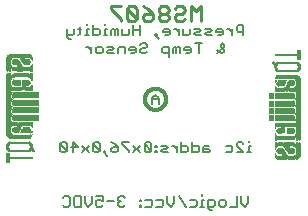
<source format=gbr>
G04 EAGLE Gerber RS-274X export*
G75*
%MOMM*%
%FSLAX34Y34*%
%LPD*%
%INSilkscreen Bottom*%
%IPPOS*%
%AMOC8*
5,1,8,0,0,1.08239X$1,22.5*%
G01*
%ADD10C,0.228600*%
%ADD11C,0.152400*%
%ADD12C,0.127000*%
%ADD13C,0.304800*%
%ADD14C,0.203200*%
%ADD15R,0.022863X0.462278*%
%ADD16R,0.022863X0.462281*%
%ADD17R,0.022863X0.436881*%
%ADD18R,0.023113X0.462278*%
%ADD19R,0.023113X0.462281*%
%ADD20R,0.023113X0.436881*%
%ADD21R,0.023116X0.462278*%
%ADD22R,0.023116X0.462281*%
%ADD23R,0.023116X0.436881*%
%ADD24R,0.023113X0.022863*%
%ADD25R,0.023116X0.091441*%
%ADD26R,0.023113X0.139700*%
%ADD27R,0.023116X0.185419*%
%ADD28R,0.023113X0.254000*%
%ADD29R,0.023113X0.299719*%
%ADD30R,0.023116X0.345438*%
%ADD31R,0.023113X0.391159*%
%ADD32R,0.023116X0.393700*%
%ADD33R,0.022863X0.325119*%
%ADD34R,0.022863X0.599438*%
%ADD35R,0.022863X0.622300*%
%ADD36R,0.022863X0.530859*%
%ADD37R,0.022863X0.439422*%
%ADD38R,0.022863X0.231138*%
%ADD39R,0.022863X0.071119*%
%ADD40R,0.022863X0.533400*%
%ADD41R,0.022863X0.208281*%
%ADD42R,0.023113X0.345441*%
%ADD43R,0.023113X0.576578*%
%ADD44R,0.023113X0.599438*%
%ADD45R,0.023113X0.508000*%
%ADD46R,0.023113X0.416563*%
%ADD47R,0.023113X0.208278*%
%ADD48R,0.023113X0.553722*%
%ADD49R,0.023113X0.208281*%
%ADD50R,0.023116X0.345441*%
%ADD51R,0.023116X0.530859*%
%ADD52R,0.023116X0.370841*%
%ADD53R,0.023116X0.162559*%
%ADD54R,0.023116X0.576581*%
%ADD55R,0.023116X0.208281*%
%ADD56R,0.023113X0.322578*%
%ADD57R,0.023113X0.485137*%
%ADD58R,0.023113X0.416559*%
%ADD59R,0.023113X0.347981*%
%ADD60R,0.023113X0.116838*%
%ADD61R,0.023113X0.647700*%
%ADD62R,0.023116X0.322581*%
%ADD63R,0.023116X0.485137*%
%ADD64R,0.023116X0.093978*%
%ADD65R,0.023116X0.231141*%
%ADD66R,0.023116X0.693419*%
%ADD67R,0.023113X0.322581*%
%ADD68R,0.023113X0.439419*%
%ADD69R,0.023113X0.370841*%
%ADD70R,0.023113X0.299722*%
%ADD71R,0.023113X0.045719*%
%ADD72R,0.023113X0.739138*%
%ADD73R,0.023113X0.414019*%
%ADD74R,0.023113X0.347978*%
%ADD75R,0.023113X0.762000*%
%ADD76R,0.023116X0.414019*%
%ADD77R,0.023116X0.182881*%
%ADD78R,0.023116X0.347978*%
%ADD79R,0.023116X0.276863*%
%ADD80R,0.023116X0.116841*%
%ADD81R,0.023116X0.276859*%
%ADD82R,0.023116X0.784863*%
%ADD83R,0.023113X0.325119*%
%ADD84R,0.023113X0.276863*%
%ADD85R,0.023113X0.276859*%
%ADD86R,0.023116X0.325119*%
%ADD87R,0.023116X0.391159*%
%ADD88R,0.023116X0.302259*%
%ADD89R,0.023116X0.254000*%
%ADD90R,0.023113X0.302259*%
%ADD91R,0.023113X0.393700*%
%ADD92R,0.023113X0.231141*%
%ADD93R,0.022863X0.302259*%
%ADD94R,0.022863X0.439419*%
%ADD95R,0.022863X0.368300*%
%ADD96R,0.022863X0.391159*%
%ADD97R,0.022863X0.416559*%
%ADD98R,0.022863X0.276863*%
%ADD99R,0.022863X0.205741*%
%ADD100R,0.023113X0.368300*%
%ADD101R,0.023113X0.205741*%
%ADD102R,0.023116X0.368300*%
%ADD103R,0.023116X0.205741*%
%ADD104R,0.023113X0.182881*%
%ADD105R,0.022863X0.276859*%
%ADD106R,0.022863X0.182881*%
%ADD107R,0.023113X0.924559*%
%ADD108R,0.023116X0.924559*%
%ADD109R,0.023113X0.901700*%
%ADD110R,0.023116X0.901700*%
%ADD111R,0.023113X0.878841*%
%ADD112R,0.023116X0.855981*%
%ADD113R,0.023113X0.833119*%
%ADD114R,0.022863X0.787400*%
%ADD115R,0.022863X0.414019*%
%ADD116R,0.022863X0.924559*%
%ADD117R,0.023113X0.739141*%
%ADD118R,0.023116X0.716281*%
%ADD119R,0.023116X0.299722*%
%ADD120R,0.023113X0.670559*%
%ADD121R,0.023116X0.647700*%
%ADD122R,0.023116X0.508000*%
%ADD123R,0.023116X0.299719*%
%ADD124R,0.023113X0.601981*%
%ADD125R,0.023113X0.530859*%
%ADD126R,0.023113X0.231138*%
%ADD127R,0.023113X0.556259*%
%ADD128R,0.023113X0.185419*%
%ADD129R,0.023116X0.533400*%
%ADD130R,0.023116X0.599438*%
%ADD131R,0.023116X0.416563*%
%ADD132R,0.023116X0.116838*%
%ADD133R,0.023113X0.485141*%
%ADD134R,0.023113X0.645159*%
%ADD135R,0.023113X0.716278*%
%ADD136R,0.022863X0.393700*%
%ADD137R,0.022863X0.762000*%
%ADD138R,0.022863X0.624841*%
%ADD139R,0.023113X0.784859*%
%ADD140R,0.023113X0.693422*%
%ADD141R,0.023116X0.830578*%
%ADD142R,0.023116X0.739141*%
%ADD143R,0.023113X0.876300*%
%ADD144R,0.023113X0.807722*%
%ADD145R,0.023116X0.899159*%
%ADD146R,0.023116X0.878841*%
%ADD147R,0.023113X0.922019*%
%ADD148R,0.023113X0.947419*%
%ADD149R,0.023116X0.970278*%
%ADD150R,0.023113X0.970278*%
%ADD151R,0.023116X0.439419*%
%ADD152R,0.022863X0.299722*%
%ADD153R,0.023116X0.416559*%
%ADD154R,0.023116X0.347981*%
%ADD155R,0.023113X0.137159*%
%ADD156R,0.023113X0.093978*%
%ADD157R,0.023113X0.091441*%
%ADD158R,0.023113X0.093981*%
%ADD159R,0.023113X0.114300*%
%ADD160R,0.023116X0.045719*%
%ADD161R,0.023116X0.045722*%
%ADD162R,0.023113X0.071119*%
%ADD163R,0.023113X0.116841*%
%ADD164R,0.023116X0.139700*%
%ADD165R,0.022863X0.322581*%
%ADD166R,0.022863X0.345441*%
%ADD167R,0.022863X0.162559*%
%ADD168R,0.022863X0.576581*%
%ADD169R,0.023113X0.668019*%
%ADD170R,0.023113X0.533400*%
%ADD171R,0.023116X1.455419*%
%ADD172R,0.023116X5.519419*%
%ADD173R,0.023113X1.455419*%
%ADD174R,0.023113X5.519419*%
%ADD175R,0.023116X5.494019*%
%ADD176R,0.023113X1.430019*%
%ADD177R,0.023113X5.494019*%
%ADD178R,0.023116X1.430019*%
%ADD179R,0.023116X5.471159*%
%ADD180R,0.023116X0.762000*%
%ADD181R,0.023113X1.407159*%
%ADD182R,0.023113X5.471159*%
%ADD183R,0.022863X1.384300*%
%ADD184R,0.022863X5.448300*%
%ADD185R,0.022863X0.716278*%
%ADD186R,0.022863X0.878841*%
%ADD187R,0.023113X1.361438*%
%ADD188R,0.023113X5.425438*%
%ADD189R,0.023116X1.338578*%
%ADD190R,0.023116X5.402578*%
%ADD191R,0.023116X0.624841*%
%ADD192R,0.023113X1.292859*%
%ADD193R,0.023113X5.356859*%
%ADD194R,0.023116X1.224278*%
%ADD195R,0.023116X5.288278*%


D10*
X166552Y161417D02*
X166552Y173874D01*
X162400Y169721D01*
X158248Y173874D01*
X158248Y161417D01*
X146759Y173874D02*
X144683Y171798D01*
X146759Y173874D02*
X150911Y173874D01*
X152987Y171798D01*
X152987Y169721D01*
X150911Y167645D01*
X146759Y167645D01*
X144683Y165569D01*
X144683Y163493D01*
X146759Y161417D01*
X150911Y161417D01*
X152987Y163493D01*
X139422Y171798D02*
X137346Y173874D01*
X133194Y173874D01*
X131118Y171798D01*
X131118Y169721D01*
X133194Y167645D01*
X131118Y165569D01*
X131118Y163493D01*
X133194Y161417D01*
X137346Y161417D01*
X139422Y163493D01*
X139422Y165569D01*
X137346Y167645D01*
X139422Y169721D01*
X139422Y171798D01*
X137346Y167645D02*
X133194Y167645D01*
X121705Y171798D02*
X117553Y173874D01*
X121705Y171798D02*
X125857Y167645D01*
X125857Y163493D01*
X123781Y161417D01*
X119629Y161417D01*
X117553Y163493D01*
X117553Y165569D01*
X119629Y167645D01*
X125857Y167645D01*
X112292Y163493D02*
X112292Y171798D01*
X110216Y173874D01*
X106064Y173874D01*
X103988Y171798D01*
X103988Y163493D01*
X106064Y161417D01*
X110216Y161417D01*
X112292Y163493D01*
X103988Y171798D01*
X98727Y173874D02*
X90423Y173874D01*
X90423Y171798D01*
X98727Y163493D01*
X98727Y161417D01*
D11*
X202639Y157995D02*
X202639Y149352D01*
X202639Y157995D02*
X198317Y157995D01*
X196877Y156555D01*
X196877Y153674D01*
X198317Y152233D01*
X202639Y152233D01*
X193284Y149352D02*
X193284Y155114D01*
X193284Y152233D02*
X190402Y155114D01*
X188962Y155114D01*
X184047Y149352D02*
X181166Y149352D01*
X184047Y149352D02*
X185488Y150793D01*
X185488Y153674D01*
X184047Y155114D01*
X181166Y155114D01*
X179725Y153674D01*
X179725Y152233D01*
X185488Y152233D01*
X176132Y149352D02*
X171811Y149352D01*
X170370Y150793D01*
X171811Y152233D01*
X174692Y152233D01*
X176132Y153674D01*
X174692Y155114D01*
X170370Y155114D01*
X166777Y149352D02*
X162456Y149352D01*
X161015Y150793D01*
X162456Y152233D01*
X165337Y152233D01*
X166777Y153674D01*
X165337Y155114D01*
X161015Y155114D01*
X157422Y155114D02*
X157422Y150793D01*
X155981Y149352D01*
X151660Y149352D01*
X151660Y155114D01*
X148067Y155114D02*
X148067Y149352D01*
X148067Y152233D02*
X145186Y155114D01*
X143745Y155114D01*
X138830Y149352D02*
X135949Y149352D01*
X138830Y149352D02*
X140271Y150793D01*
X140271Y153674D01*
X138830Y155114D01*
X135949Y155114D01*
X134509Y153674D01*
X134509Y152233D01*
X140271Y152233D01*
X130916Y146471D02*
X128035Y149352D01*
X128035Y150793D01*
X129475Y150793D01*
X129475Y149352D01*
X128035Y149352D01*
X115324Y149352D02*
X115324Y157995D01*
X115324Y153674D02*
X109561Y153674D01*
X109561Y157995D02*
X109561Y149352D01*
X105969Y150793D02*
X105969Y155114D01*
X105969Y150793D02*
X104528Y149352D01*
X100206Y149352D01*
X100206Y155114D01*
X96613Y155114D02*
X96613Y149352D01*
X96613Y155114D02*
X95173Y155114D01*
X93732Y153674D01*
X93732Y149352D01*
X93732Y153674D02*
X92292Y155114D01*
X90851Y153674D01*
X90851Y149352D01*
X87258Y155114D02*
X85818Y155114D01*
X85818Y149352D01*
X87258Y149352D02*
X84377Y149352D01*
X85818Y157995D02*
X85818Y159436D01*
X75259Y157995D02*
X75259Y149352D01*
X79581Y149352D01*
X81021Y150793D01*
X81021Y153674D01*
X79581Y155114D01*
X75259Y155114D01*
X71666Y155114D02*
X70226Y155114D01*
X70226Y149352D01*
X71666Y149352D02*
X68785Y149352D01*
X70226Y157995D02*
X70226Y159436D01*
X63989Y156555D02*
X63989Y150793D01*
X62548Y149352D01*
X62548Y155114D02*
X65429Y155114D01*
X59193Y155114D02*
X59193Y150793D01*
X57752Y149352D01*
X53430Y149352D01*
X53430Y147911D02*
X53430Y155114D01*
X53430Y147911D02*
X54871Y146471D01*
X56312Y146471D01*
X180505Y136993D02*
X183386Y134112D01*
X184827Y134112D01*
X186267Y135553D01*
X186267Y136993D01*
X183386Y139874D01*
X183386Y141315D01*
X184827Y142755D01*
X186267Y141315D01*
X186267Y139874D01*
X180505Y134112D01*
X164676Y134112D02*
X164676Y142755D01*
X167557Y142755D02*
X161795Y142755D01*
X156761Y134112D02*
X153880Y134112D01*
X156761Y134112D02*
X158202Y135553D01*
X158202Y138434D01*
X156761Y139874D01*
X153880Y139874D01*
X152439Y138434D01*
X152439Y136993D01*
X158202Y136993D01*
X148846Y134112D02*
X148846Y139874D01*
X147406Y139874D01*
X145965Y138434D01*
X145965Y134112D01*
X145965Y138434D02*
X144525Y139874D01*
X143084Y138434D01*
X143084Y134112D01*
X139491Y131231D02*
X139491Y139874D01*
X135170Y139874D01*
X133729Y138434D01*
X133729Y135553D01*
X135170Y134112D01*
X139491Y134112D01*
X116459Y142755D02*
X115019Y141315D01*
X116459Y142755D02*
X119340Y142755D01*
X120781Y141315D01*
X120781Y139874D01*
X119340Y138434D01*
X116459Y138434D01*
X115019Y136993D01*
X115019Y135553D01*
X116459Y134112D01*
X119340Y134112D01*
X120781Y135553D01*
X109985Y134112D02*
X107104Y134112D01*
X109985Y134112D02*
X111426Y135553D01*
X111426Y138434D01*
X109985Y139874D01*
X107104Y139874D01*
X105663Y138434D01*
X105663Y136993D01*
X111426Y136993D01*
X102070Y134112D02*
X102070Y139874D01*
X97749Y139874D01*
X96308Y138434D01*
X96308Y134112D01*
X92715Y134112D02*
X88394Y134112D01*
X86953Y135553D01*
X88394Y136993D01*
X91275Y136993D01*
X92715Y138434D01*
X91275Y139874D01*
X86953Y139874D01*
X81920Y134112D02*
X79038Y134112D01*
X77598Y135553D01*
X77598Y138434D01*
X79038Y139874D01*
X81920Y139874D01*
X83360Y138434D01*
X83360Y135553D01*
X81920Y134112D01*
X74005Y134112D02*
X74005Y139874D01*
X74005Y136993D02*
X71124Y139874D01*
X69683Y139874D01*
D12*
X206664Y13343D02*
X206664Y7411D01*
X203698Y4445D01*
X200732Y7411D01*
X200732Y13343D01*
X197309Y13343D02*
X197309Y4445D01*
X191377Y4445D01*
X186470Y4445D02*
X183505Y4445D01*
X182022Y5928D01*
X182022Y8894D01*
X183505Y10377D01*
X186470Y10377D01*
X187953Y8894D01*
X187953Y5928D01*
X186470Y4445D01*
X175632Y1479D02*
X174149Y1479D01*
X172666Y2962D01*
X172666Y10377D01*
X177115Y10377D01*
X178598Y8894D01*
X178598Y5928D01*
X177115Y4445D01*
X172666Y4445D01*
X169243Y10377D02*
X167760Y10377D01*
X167760Y4445D01*
X169243Y4445D02*
X166277Y4445D01*
X167760Y13343D02*
X167760Y14826D01*
X161523Y10377D02*
X157075Y10377D01*
X161523Y10377D02*
X163006Y8894D01*
X163006Y5928D01*
X161523Y4445D01*
X157075Y4445D01*
X153651Y4445D02*
X147719Y13343D01*
X144296Y13343D02*
X144296Y7411D01*
X141330Y4445D01*
X138364Y7411D01*
X138364Y13343D01*
X133458Y10377D02*
X129009Y10377D01*
X133458Y10377D02*
X134941Y8894D01*
X134941Y5928D01*
X133458Y4445D01*
X129009Y4445D01*
X124103Y10377D02*
X119654Y10377D01*
X124103Y10377D02*
X125585Y8894D01*
X125585Y5928D01*
X124103Y4445D01*
X119654Y4445D01*
X116230Y10377D02*
X114747Y10377D01*
X114747Y8894D01*
X116230Y8894D01*
X116230Y10377D01*
X116230Y5928D02*
X114747Y5928D01*
X114747Y4445D01*
X116230Y4445D01*
X116230Y5928D01*
X102198Y11860D02*
X100715Y13343D01*
X97749Y13343D01*
X96266Y11860D01*
X96266Y10377D01*
X97749Y8894D01*
X99232Y8894D01*
X97749Y8894D02*
X96266Y7411D01*
X96266Y5928D01*
X97749Y4445D01*
X100715Y4445D01*
X102198Y5928D01*
X92842Y8894D02*
X86911Y8894D01*
X83487Y13343D02*
X77555Y13343D01*
X83487Y13343D02*
X83487Y8894D01*
X80521Y10377D01*
X79038Y10377D01*
X77555Y8894D01*
X77555Y5928D01*
X79038Y4445D01*
X82004Y4445D01*
X83487Y5928D01*
X74132Y7411D02*
X74132Y13343D01*
X74132Y7411D02*
X71166Y4445D01*
X68200Y7411D01*
X68200Y13343D01*
X64777Y13343D02*
X64777Y4445D01*
X60328Y4445D01*
X58845Y5928D01*
X58845Y11860D01*
X60328Y13343D01*
X64777Y13343D01*
X50973Y13343D02*
X49490Y11860D01*
X50973Y13343D02*
X53939Y13343D01*
X55422Y11860D01*
X55422Y5928D01*
X53939Y4445D01*
X50973Y4445D01*
X49490Y5928D01*
D11*
X207435Y56054D02*
X208876Y56054D01*
X207435Y56054D02*
X207435Y50292D01*
X208876Y50292D02*
X205994Y50292D01*
X207435Y58935D02*
X207435Y60376D01*
X202639Y50292D02*
X196877Y50292D01*
X202639Y50292D02*
X196877Y56054D01*
X196877Y57495D01*
X198317Y58935D01*
X201198Y58935D01*
X202639Y57495D01*
X191843Y56054D02*
X187521Y56054D01*
X191843Y56054D02*
X193284Y54614D01*
X193284Y51733D01*
X191843Y50292D01*
X187521Y50292D01*
X173133Y56054D02*
X170252Y56054D01*
X168811Y54614D01*
X168811Y50292D01*
X173133Y50292D01*
X174573Y51733D01*
X173133Y53173D01*
X168811Y53173D01*
X159456Y50292D02*
X159456Y58935D01*
X159456Y50292D02*
X163777Y50292D01*
X165218Y51733D01*
X165218Y54614D01*
X163777Y56054D01*
X159456Y56054D01*
X150101Y58935D02*
X150101Y50292D01*
X154422Y50292D01*
X155863Y51733D01*
X155863Y54614D01*
X154422Y56054D01*
X150101Y56054D01*
X146508Y56054D02*
X146508Y50292D01*
X146508Y53173D02*
X143627Y56054D01*
X142186Y56054D01*
X138712Y50292D02*
X134390Y50292D01*
X132949Y51733D01*
X134390Y53173D01*
X137271Y53173D01*
X138712Y54614D01*
X137271Y56054D01*
X132949Y56054D01*
X129357Y56054D02*
X127916Y56054D01*
X127916Y54614D01*
X129357Y54614D01*
X129357Y56054D01*
X129357Y51733D02*
X127916Y51733D01*
X127916Y50292D01*
X129357Y50292D01*
X129357Y51733D01*
X124679Y51733D02*
X124679Y57495D01*
X123238Y58935D01*
X120357Y58935D01*
X118917Y57495D01*
X118917Y51733D01*
X120357Y50292D01*
X123238Y50292D01*
X124679Y51733D01*
X118917Y57495D01*
X115324Y56054D02*
X109561Y50292D01*
X109561Y56054D02*
X115324Y50292D01*
X105969Y58935D02*
X100206Y58935D01*
X100206Y57495D01*
X105969Y51733D01*
X105969Y50292D01*
X93732Y57495D02*
X90851Y58935D01*
X93732Y57495D02*
X96613Y54614D01*
X96613Y51733D01*
X95173Y50292D01*
X92292Y50292D01*
X90851Y51733D01*
X90851Y53173D01*
X92292Y54614D01*
X96613Y54614D01*
X87258Y47411D02*
X84377Y50292D01*
X84377Y51733D01*
X85818Y51733D01*
X85818Y50292D01*
X84377Y50292D01*
X81021Y51733D02*
X81021Y57495D01*
X79581Y58935D01*
X76700Y58935D01*
X75259Y57495D01*
X75259Y51733D01*
X76700Y50292D01*
X79581Y50292D01*
X81021Y51733D01*
X75259Y57495D01*
X71666Y56054D02*
X65904Y50292D01*
X71666Y50292D02*
X65904Y56054D01*
X57989Y58935D02*
X57989Y50292D01*
X62311Y54614D02*
X57989Y58935D01*
X56549Y54614D02*
X62311Y54614D01*
X52956Y51733D02*
X52956Y57495D01*
X51515Y58935D01*
X48634Y58935D01*
X47194Y57495D01*
X47194Y51733D01*
X48634Y50292D01*
X51515Y50292D01*
X52956Y51733D01*
X47194Y57495D01*
D13*
X119290Y95250D02*
X119293Y95470D01*
X119301Y95691D01*
X119314Y95911D01*
X119333Y96130D01*
X119358Y96349D01*
X119387Y96568D01*
X119422Y96785D01*
X119463Y97002D01*
X119508Y97218D01*
X119559Y97432D01*
X119615Y97645D01*
X119677Y97857D01*
X119743Y98067D01*
X119815Y98275D01*
X119892Y98482D01*
X119974Y98686D01*
X120060Y98889D01*
X120152Y99089D01*
X120249Y99288D01*
X120350Y99483D01*
X120457Y99676D01*
X120568Y99867D01*
X120683Y100054D01*
X120803Y100239D01*
X120928Y100421D01*
X121057Y100599D01*
X121191Y100775D01*
X121328Y100947D01*
X121470Y101115D01*
X121616Y101281D01*
X121766Y101442D01*
X121920Y101600D01*
X122078Y101754D01*
X122239Y101904D01*
X122405Y102050D01*
X122573Y102192D01*
X122745Y102329D01*
X122921Y102463D01*
X123099Y102592D01*
X123281Y102717D01*
X123466Y102837D01*
X123653Y102952D01*
X123844Y103063D01*
X124037Y103170D01*
X124232Y103271D01*
X124431Y103368D01*
X124631Y103460D01*
X124834Y103546D01*
X125038Y103628D01*
X125245Y103705D01*
X125453Y103777D01*
X125663Y103843D01*
X125875Y103905D01*
X126088Y103961D01*
X126302Y104012D01*
X126518Y104057D01*
X126735Y104098D01*
X126952Y104133D01*
X127171Y104162D01*
X127390Y104187D01*
X127609Y104206D01*
X127829Y104219D01*
X128050Y104227D01*
X128270Y104230D01*
X128490Y104227D01*
X128711Y104219D01*
X128931Y104206D01*
X129150Y104187D01*
X129369Y104162D01*
X129588Y104133D01*
X129805Y104098D01*
X130022Y104057D01*
X130238Y104012D01*
X130452Y103961D01*
X130665Y103905D01*
X130877Y103843D01*
X131087Y103777D01*
X131295Y103705D01*
X131502Y103628D01*
X131706Y103546D01*
X131909Y103460D01*
X132109Y103368D01*
X132308Y103271D01*
X132503Y103170D01*
X132696Y103063D01*
X132887Y102952D01*
X133074Y102837D01*
X133259Y102717D01*
X133441Y102592D01*
X133619Y102463D01*
X133795Y102329D01*
X133967Y102192D01*
X134135Y102050D01*
X134301Y101904D01*
X134462Y101754D01*
X134620Y101600D01*
X134774Y101442D01*
X134924Y101281D01*
X135070Y101115D01*
X135212Y100947D01*
X135349Y100775D01*
X135483Y100599D01*
X135612Y100421D01*
X135737Y100239D01*
X135857Y100054D01*
X135972Y99867D01*
X136083Y99676D01*
X136190Y99483D01*
X136291Y99288D01*
X136388Y99089D01*
X136480Y98889D01*
X136566Y98686D01*
X136648Y98482D01*
X136725Y98275D01*
X136797Y98067D01*
X136863Y97857D01*
X136925Y97645D01*
X136981Y97432D01*
X137032Y97218D01*
X137077Y97002D01*
X137118Y96785D01*
X137153Y96568D01*
X137182Y96349D01*
X137207Y96130D01*
X137226Y95911D01*
X137239Y95691D01*
X137247Y95470D01*
X137250Y95250D01*
X137247Y95030D01*
X137239Y94809D01*
X137226Y94589D01*
X137207Y94370D01*
X137182Y94151D01*
X137153Y93932D01*
X137118Y93715D01*
X137077Y93498D01*
X137032Y93282D01*
X136981Y93068D01*
X136925Y92855D01*
X136863Y92643D01*
X136797Y92433D01*
X136725Y92225D01*
X136648Y92018D01*
X136566Y91814D01*
X136480Y91611D01*
X136388Y91411D01*
X136291Y91212D01*
X136190Y91017D01*
X136083Y90824D01*
X135972Y90633D01*
X135857Y90446D01*
X135737Y90261D01*
X135612Y90079D01*
X135483Y89901D01*
X135349Y89725D01*
X135212Y89553D01*
X135070Y89385D01*
X134924Y89219D01*
X134774Y89058D01*
X134620Y88900D01*
X134462Y88746D01*
X134301Y88596D01*
X134135Y88450D01*
X133967Y88308D01*
X133795Y88171D01*
X133619Y88037D01*
X133441Y87908D01*
X133259Y87783D01*
X133074Y87663D01*
X132887Y87548D01*
X132696Y87437D01*
X132503Y87330D01*
X132308Y87229D01*
X132109Y87132D01*
X131909Y87040D01*
X131706Y86954D01*
X131502Y86872D01*
X131295Y86795D01*
X131087Y86723D01*
X130877Y86657D01*
X130665Y86595D01*
X130452Y86539D01*
X130238Y86488D01*
X130022Y86443D01*
X129805Y86402D01*
X129588Y86367D01*
X129369Y86338D01*
X129150Y86313D01*
X128931Y86294D01*
X128711Y86281D01*
X128490Y86273D01*
X128270Y86270D01*
X128050Y86273D01*
X127829Y86281D01*
X127609Y86294D01*
X127390Y86313D01*
X127171Y86338D01*
X126952Y86367D01*
X126735Y86402D01*
X126518Y86443D01*
X126302Y86488D01*
X126088Y86539D01*
X125875Y86595D01*
X125663Y86657D01*
X125453Y86723D01*
X125245Y86795D01*
X125038Y86872D01*
X124834Y86954D01*
X124631Y87040D01*
X124431Y87132D01*
X124232Y87229D01*
X124037Y87330D01*
X123844Y87437D01*
X123653Y87548D01*
X123466Y87663D01*
X123281Y87783D01*
X123099Y87908D01*
X122921Y88037D01*
X122745Y88171D01*
X122573Y88308D01*
X122405Y88450D01*
X122239Y88596D01*
X122078Y88746D01*
X121920Y88900D01*
X121766Y89058D01*
X121616Y89219D01*
X121470Y89385D01*
X121328Y89553D01*
X121191Y89725D01*
X121057Y89901D01*
X120928Y90079D01*
X120803Y90261D01*
X120683Y90446D01*
X120568Y90633D01*
X120457Y90824D01*
X120350Y91017D01*
X120249Y91212D01*
X120152Y91411D01*
X120060Y91611D01*
X119974Y91814D01*
X119892Y92018D01*
X119815Y92225D01*
X119743Y92433D01*
X119677Y92643D01*
X119615Y92855D01*
X119559Y93068D01*
X119508Y93282D01*
X119463Y93498D01*
X119422Y93715D01*
X119387Y93932D01*
X119358Y94151D01*
X119333Y94370D01*
X119314Y94589D01*
X119301Y94809D01*
X119293Y95030D01*
X119290Y95250D01*
D14*
X130810Y96609D02*
X130810Y91186D01*
X130810Y96609D02*
X128098Y99321D01*
X125387Y96609D01*
X125387Y91186D01*
X125387Y95253D02*
X130810Y95253D01*
D15*
X224790Y79197D03*
D16*
X224790Y85446D03*
X224790Y91669D03*
D17*
X224790Y98019D03*
D18*
X225020Y79197D03*
D19*
X225020Y85446D03*
X225020Y91669D03*
D20*
X225020Y98019D03*
D21*
X225251Y79197D03*
D22*
X225251Y85446D03*
X225251Y91669D03*
D23*
X225251Y98019D03*
D18*
X225482Y79197D03*
D19*
X225482Y85446D03*
X225482Y91669D03*
D20*
X225482Y98019D03*
D21*
X225713Y79197D03*
D22*
X225713Y85446D03*
X225713Y91669D03*
D23*
X225713Y98019D03*
D18*
X225944Y79197D03*
D19*
X225944Y85446D03*
X225944Y91669D03*
D20*
X225944Y98019D03*
D18*
X226176Y79197D03*
D19*
X226176Y85446D03*
X226176Y91669D03*
D20*
X226176Y98019D03*
D21*
X226407Y79197D03*
D22*
X226407Y85446D03*
X226407Y91669D03*
D23*
X226407Y98019D03*
D18*
X226638Y79197D03*
D19*
X226638Y85446D03*
X226638Y91669D03*
D20*
X226638Y98019D03*
D21*
X226869Y79197D03*
D22*
X226869Y85446D03*
X226869Y91669D03*
D23*
X226869Y98019D03*
D18*
X227100Y79197D03*
D19*
X227100Y85446D03*
X227100Y91669D03*
D20*
X227100Y98019D03*
D15*
X227330Y79197D03*
D16*
X227330Y85446D03*
X227330Y91669D03*
D17*
X227330Y98019D03*
D18*
X227560Y79197D03*
D19*
X227560Y85446D03*
X227560Y91669D03*
D20*
X227560Y98019D03*
D24*
X227560Y126429D03*
D21*
X227791Y79197D03*
D22*
X227791Y85446D03*
X227791Y91669D03*
D23*
X227791Y98019D03*
D25*
X227791Y126314D03*
D18*
X228022Y79197D03*
D19*
X228022Y85446D03*
X228022Y91669D03*
D20*
X228022Y98019D03*
D26*
X228022Y126073D03*
D21*
X228253Y79197D03*
D22*
X228253Y85446D03*
X228253Y91669D03*
D23*
X228253Y98019D03*
D27*
X228253Y126073D03*
D18*
X228484Y79197D03*
D19*
X228484Y85446D03*
X228484Y91669D03*
D20*
X228484Y98019D03*
D28*
X228484Y125959D03*
D18*
X228716Y79197D03*
D19*
X228716Y85446D03*
X228716Y91669D03*
D20*
X228716Y98019D03*
D29*
X228716Y125730D03*
D21*
X228947Y79197D03*
D22*
X228947Y85446D03*
X228947Y91669D03*
D23*
X228947Y98019D03*
D30*
X228947Y125730D03*
D31*
X229178Y125501D03*
D32*
X229409Y125032D03*
D18*
X229640Y124003D03*
D33*
X229870Y48031D03*
D34*
X229870Y55880D03*
D35*
X229870Y63614D03*
D36*
X229870Y72631D03*
D15*
X229870Y79197D03*
D16*
X229870Y85446D03*
X229870Y91669D03*
D17*
X229870Y98019D03*
D37*
X229870Y104254D03*
D38*
X229870Y109919D03*
D39*
X229870Y113030D03*
D40*
X229870Y123190D03*
D41*
X229870Y132436D03*
D42*
X230100Y47676D03*
D43*
X230100Y55994D03*
D44*
X230100Y63500D03*
D45*
X230100Y72746D03*
D18*
X230100Y79197D03*
D19*
X230100Y85446D03*
X230100Y91669D03*
D20*
X230100Y98019D03*
D46*
X230100Y104140D03*
D47*
X230100Y110033D03*
D26*
X230100Y113373D03*
D48*
X230100Y122606D03*
D49*
X230100Y132436D03*
D50*
X230331Y47219D03*
D51*
X230331Y56223D03*
X230331Y63157D03*
D21*
X230331Y72974D03*
X230331Y79197D03*
D22*
X230331Y85446D03*
X230331Y91669D03*
D23*
X230331Y98019D03*
D52*
X230331Y103911D03*
D53*
X230331Y110261D03*
D27*
X230331Y113602D03*
D54*
X230331Y122492D03*
D55*
X230331Y132436D03*
D56*
X230562Y46876D03*
D57*
X230562Y56452D03*
D45*
X230562Y63043D03*
D58*
X230562Y73203D03*
D18*
X230562Y79197D03*
D19*
X230562Y85446D03*
X230562Y91669D03*
D20*
X230562Y98019D03*
D59*
X230562Y103797D03*
D60*
X230562Y110490D03*
D47*
X230562Y113716D03*
D61*
X230562Y122619D03*
D49*
X230562Y132436D03*
D62*
X230793Y46647D03*
D21*
X230793Y56566D03*
D63*
X230793Y62929D03*
D32*
X230793Y73317D03*
D21*
X230793Y79197D03*
D22*
X230793Y85446D03*
X230793Y91669D03*
D23*
X230793Y98019D03*
D62*
X230793Y103670D03*
D64*
X230793Y110604D03*
D65*
X230793Y113830D03*
D66*
X230793Y122619D03*
D55*
X230793Y132436D03*
D67*
X231024Y46419D03*
D68*
X231024Y56680D03*
D18*
X231024Y62814D03*
D69*
X231024Y73431D03*
D18*
X231024Y79197D03*
D19*
X231024Y85446D03*
X231024Y91669D03*
D20*
X231024Y98019D03*
D70*
X231024Y103556D03*
D71*
X231024Y110846D03*
D28*
X231024Y113944D03*
D72*
X231024Y122619D03*
D49*
X231024Y132436D03*
D67*
X231256Y46190D03*
D73*
X231256Y56807D03*
D68*
X231256Y62700D03*
D74*
X231256Y73546D03*
D18*
X231256Y79197D03*
D19*
X231256Y85446D03*
X231256Y91669D03*
D20*
X231256Y98019D03*
D70*
X231256Y103556D03*
D28*
X231256Y113944D03*
D75*
X231256Y122504D03*
D49*
X231256Y132436D03*
D62*
X231487Y46190D03*
D65*
X231487Y51270D03*
D76*
X231487Y56807D03*
X231487Y62573D03*
D77*
X231487Y68351D03*
D78*
X231487Y73546D03*
D21*
X231487Y79197D03*
D22*
X231487Y85446D03*
X231487Y91669D03*
D23*
X231487Y98019D03*
D79*
X231487Y103442D03*
D80*
X231487Y108179D03*
D81*
X231487Y114059D03*
D82*
X231487Y122619D03*
D55*
X231487Y132436D03*
D83*
X231718Y45949D03*
D67*
X231718Y51270D03*
D31*
X231718Y56921D03*
D73*
X231718Y62573D03*
D83*
X231718Y68351D03*
X231718Y73660D03*
D18*
X231718Y79197D03*
D19*
X231718Y85446D03*
X231718Y91669D03*
D20*
X231718Y98019D03*
D84*
X231718Y103442D03*
D85*
X231718Y108293D03*
X231718Y114059D03*
D84*
X231718Y120079D03*
D85*
X231718Y125387D03*
D49*
X231718Y132436D03*
D86*
X231949Y45949D03*
D52*
X231949Y51257D03*
D87*
X231949Y56921D03*
D76*
X231949Y62573D03*
D52*
X231949Y68351D03*
D86*
X231949Y73660D03*
D21*
X231949Y79197D03*
D22*
X231949Y85446D03*
X231949Y91669D03*
D23*
X231949Y98019D03*
D79*
X231949Y103442D03*
D50*
X231949Y108407D03*
D88*
X231949Y114186D03*
D89*
X231949Y119736D03*
D65*
X231949Y125616D03*
D55*
X231949Y132436D03*
D83*
X232180Y45949D03*
D58*
X232180Y51257D03*
D31*
X232180Y56921D03*
X232180Y62459D03*
D58*
X232180Y68351D03*
D90*
X232180Y73774D03*
D18*
X232180Y79197D03*
D19*
X232180Y85446D03*
X232180Y91669D03*
D20*
X232180Y98019D03*
D84*
X232180Y103442D03*
D91*
X232180Y108649D03*
D90*
X232180Y114186D03*
D92*
X232180Y119621D03*
D49*
X232180Y125730D03*
X232180Y132436D03*
D93*
X232410Y45834D03*
D94*
X232410Y51143D03*
D95*
X232410Y57036D03*
D96*
X232410Y62459D03*
D97*
X232410Y68351D03*
D93*
X232410Y73774D03*
D15*
X232410Y79197D03*
D16*
X232410Y85446D03*
X232410Y91669D03*
D17*
X232410Y98019D03*
D98*
X232410Y103442D03*
D94*
X232410Y108649D03*
D93*
X232410Y114186D03*
D99*
X232410Y119494D03*
D41*
X232410Y125730D03*
X232410Y132436D03*
D90*
X232640Y45834D03*
D18*
X232640Y51257D03*
D100*
X232640Y57036D03*
D31*
X232640Y62459D03*
D19*
X232640Y68351D03*
D90*
X232640Y73774D03*
D18*
X232640Y79197D03*
D19*
X232640Y85446D03*
X232640Y91669D03*
D20*
X232640Y98019D03*
D84*
X232640Y103442D03*
D18*
X232640Y108763D03*
D90*
X232640Y114186D03*
D101*
X232640Y119494D03*
D49*
X232640Y125959D03*
X232640Y132436D03*
D88*
X232871Y45834D03*
D21*
X232871Y51257D03*
D102*
X232871Y57036D03*
D87*
X232871Y62459D03*
D22*
X232871Y68351D03*
D88*
X232871Y73774D03*
D21*
X232871Y79197D03*
D22*
X232871Y85446D03*
X232871Y91669D03*
D23*
X232871Y98019D03*
D79*
X232871Y103442D03*
D21*
X232871Y108763D03*
D88*
X232871Y114186D03*
D103*
X232871Y119494D03*
D55*
X232871Y125959D03*
X232871Y132436D03*
D90*
X233102Y45834D03*
D18*
X233102Y51257D03*
D100*
X233102Y57036D03*
X233102Y62344D03*
D19*
X233102Y68351D03*
D90*
X233102Y73774D03*
D18*
X233102Y79197D03*
D19*
X233102Y85446D03*
X233102Y91669D03*
D20*
X233102Y98019D03*
D84*
X233102Y103442D03*
D18*
X233102Y108763D03*
D90*
X233102Y114186D03*
D101*
X233102Y119494D03*
D49*
X233102Y125959D03*
X233102Y132436D03*
D88*
X233333Y45834D03*
D21*
X233333Y51257D03*
D102*
X233333Y57036D03*
X233333Y62344D03*
D22*
X233333Y68351D03*
D88*
X233333Y73774D03*
D21*
X233333Y79197D03*
D22*
X233333Y85446D03*
X233333Y91669D03*
D23*
X233333Y98019D03*
D79*
X233333Y103442D03*
D21*
X233333Y108763D03*
D88*
X233333Y114186D03*
D77*
X233333Y119380D03*
D55*
X233333Y125959D03*
X233333Y132436D03*
D90*
X233564Y45834D03*
D18*
X233564Y51257D03*
D100*
X233564Y57036D03*
X233564Y62344D03*
D19*
X233564Y68351D03*
D90*
X233564Y73774D03*
D18*
X233564Y79197D03*
D19*
X233564Y85446D03*
X233564Y91669D03*
D20*
X233564Y98019D03*
D84*
X233564Y103442D03*
D18*
X233564Y108763D03*
D90*
X233564Y114186D03*
D104*
X233564Y119380D03*
D49*
X233564Y125959D03*
X233564Y132436D03*
D90*
X233796Y45834D03*
D18*
X233796Y51257D03*
D100*
X233796Y57036D03*
X233796Y62344D03*
D19*
X233796Y68351D03*
D85*
X233796Y73901D03*
D18*
X233796Y79197D03*
D19*
X233796Y85446D03*
X233796Y91669D03*
D20*
X233796Y98019D03*
D84*
X233796Y103442D03*
D18*
X233796Y108763D03*
D90*
X233796Y114186D03*
D104*
X233796Y119380D03*
D49*
X233796Y125959D03*
X233796Y132436D03*
D88*
X234027Y45834D03*
D21*
X234027Y51257D03*
D102*
X234027Y57036D03*
X234027Y62344D03*
D22*
X234027Y68351D03*
D81*
X234027Y73901D03*
D21*
X234027Y79197D03*
D22*
X234027Y85446D03*
X234027Y91669D03*
D23*
X234027Y98019D03*
D79*
X234027Y103442D03*
D21*
X234027Y108763D03*
D88*
X234027Y114186D03*
D77*
X234027Y119380D03*
D55*
X234027Y125959D03*
X234027Y132436D03*
D90*
X234258Y45834D03*
D18*
X234258Y51257D03*
D100*
X234258Y57036D03*
X234258Y62344D03*
D19*
X234258Y68351D03*
D85*
X234258Y73901D03*
D18*
X234258Y79197D03*
D19*
X234258Y85446D03*
X234258Y91669D03*
D20*
X234258Y98019D03*
D84*
X234258Y103442D03*
D18*
X234258Y108763D03*
D90*
X234258Y114186D03*
D104*
X234258Y119380D03*
D49*
X234258Y125959D03*
X234258Y132436D03*
D88*
X234489Y45834D03*
D21*
X234489Y51257D03*
D102*
X234489Y57036D03*
X234489Y62344D03*
D22*
X234489Y68351D03*
D81*
X234489Y73901D03*
D21*
X234489Y79197D03*
D22*
X234489Y85446D03*
X234489Y91669D03*
D23*
X234489Y98019D03*
D79*
X234489Y103442D03*
D21*
X234489Y108763D03*
D88*
X234489Y114186D03*
D77*
X234489Y119380D03*
D55*
X234489Y125959D03*
X234489Y132436D03*
D90*
X234720Y45834D03*
D18*
X234720Y51257D03*
D100*
X234720Y57036D03*
X234720Y62344D03*
D19*
X234720Y68351D03*
D85*
X234720Y73901D03*
D18*
X234720Y79197D03*
D19*
X234720Y85446D03*
X234720Y91669D03*
D20*
X234720Y98019D03*
D84*
X234720Y103442D03*
D18*
X234720Y108763D03*
D90*
X234720Y114186D03*
D104*
X234720Y119380D03*
D49*
X234720Y125959D03*
X234720Y132436D03*
D93*
X234950Y45834D03*
D15*
X234950Y51257D03*
D95*
X234950Y57036D03*
X234950Y62344D03*
D16*
X234950Y68351D03*
D105*
X234950Y73901D03*
D15*
X234950Y79197D03*
D16*
X234950Y85446D03*
X234950Y91669D03*
D17*
X234950Y98019D03*
D98*
X234950Y103442D03*
D15*
X234950Y108763D03*
D93*
X234950Y114186D03*
D106*
X234950Y119380D03*
D41*
X234950Y125959D03*
X234950Y132436D03*
D90*
X235180Y45834D03*
D18*
X235180Y51257D03*
D100*
X235180Y57036D03*
X235180Y62344D03*
D19*
X235180Y68351D03*
D85*
X235180Y73901D03*
D18*
X235180Y79197D03*
D19*
X235180Y85446D03*
X235180Y91669D03*
D20*
X235180Y98019D03*
D84*
X235180Y103442D03*
D18*
X235180Y108763D03*
D90*
X235180Y114186D03*
D104*
X235180Y119380D03*
D49*
X235180Y125959D03*
X235180Y132436D03*
D88*
X235411Y45834D03*
D21*
X235411Y51257D03*
D102*
X235411Y57036D03*
X235411Y62344D03*
D22*
X235411Y68351D03*
D81*
X235411Y73901D03*
D21*
X235411Y79197D03*
D22*
X235411Y85446D03*
X235411Y91669D03*
D23*
X235411Y98019D03*
D79*
X235411Y103442D03*
D21*
X235411Y108763D03*
D88*
X235411Y114186D03*
D77*
X235411Y119380D03*
D55*
X235411Y125959D03*
X235411Y132436D03*
D90*
X235642Y45834D03*
D18*
X235642Y51257D03*
D100*
X235642Y57036D03*
X235642Y62344D03*
D107*
X235642Y70663D03*
D18*
X235642Y79197D03*
D19*
X235642Y85446D03*
X235642Y91669D03*
D20*
X235642Y98019D03*
D84*
X235642Y103442D03*
D18*
X235642Y108763D03*
D90*
X235642Y114186D03*
D104*
X235642Y119380D03*
D49*
X235642Y125959D03*
X235642Y132436D03*
D88*
X235873Y45834D03*
D21*
X235873Y51257D03*
D102*
X235873Y57036D03*
X235873Y62344D03*
D108*
X235873Y70663D03*
D21*
X235873Y79197D03*
D22*
X235873Y85446D03*
X235873Y91669D03*
D23*
X235873Y98019D03*
D79*
X235873Y103442D03*
D21*
X235873Y108763D03*
D88*
X235873Y114186D03*
D77*
X235873Y119380D03*
D55*
X235873Y125959D03*
X235873Y132436D03*
D90*
X236104Y45834D03*
D68*
X236104Y51143D03*
D100*
X236104Y57036D03*
X236104Y62344D03*
D107*
X236104Y70663D03*
D18*
X236104Y79197D03*
D19*
X236104Y85446D03*
X236104Y91669D03*
D20*
X236104Y98019D03*
D84*
X236104Y103442D03*
D18*
X236104Y108763D03*
D90*
X236104Y114186D03*
D104*
X236104Y119380D03*
D49*
X236104Y125959D03*
X236104Y132436D03*
D109*
X236336Y48832D03*
D100*
X236336Y57036D03*
X236336Y62344D03*
D107*
X236336Y70663D03*
D18*
X236336Y79197D03*
D19*
X236336Y85446D03*
X236336Y91669D03*
D20*
X236336Y98019D03*
D84*
X236336Y103442D03*
D18*
X236336Y108763D03*
D90*
X236336Y114186D03*
D104*
X236336Y119380D03*
D49*
X236336Y125959D03*
X236336Y132436D03*
D110*
X236567Y48832D03*
D102*
X236567Y57036D03*
X236567Y62344D03*
D108*
X236567Y70663D03*
D21*
X236567Y79197D03*
D22*
X236567Y85446D03*
X236567Y91669D03*
D23*
X236567Y98019D03*
D79*
X236567Y103442D03*
D21*
X236567Y108763D03*
D88*
X236567Y114186D03*
D77*
X236567Y119380D03*
D55*
X236567Y125959D03*
X236567Y132436D03*
D111*
X236798Y48717D03*
D31*
X236798Y56921D03*
D100*
X236798Y62344D03*
D107*
X236798Y70663D03*
D18*
X236798Y79197D03*
D19*
X236798Y85446D03*
X236798Y91669D03*
D20*
X236798Y98019D03*
D84*
X236798Y103442D03*
D18*
X236798Y108763D03*
D90*
X236798Y114186D03*
D104*
X236798Y119380D03*
D49*
X236798Y125959D03*
X236798Y132436D03*
D112*
X237029Y48603D03*
D87*
X237029Y56921D03*
D102*
X237029Y62344D03*
D108*
X237029Y70663D03*
D21*
X237029Y79197D03*
D22*
X237029Y85446D03*
X237029Y91669D03*
D23*
X237029Y98019D03*
D79*
X237029Y103442D03*
D21*
X237029Y108763D03*
D88*
X237029Y114186D03*
D77*
X237029Y119380D03*
D55*
X237029Y125959D03*
X237029Y132436D03*
D113*
X237260Y48489D03*
D73*
X237260Y56807D03*
D100*
X237260Y62344D03*
D107*
X237260Y70663D03*
D18*
X237260Y79197D03*
D19*
X237260Y85446D03*
X237260Y91669D03*
D20*
X237260Y98019D03*
D84*
X237260Y103442D03*
D68*
X237260Y108877D03*
D90*
X237260Y114186D03*
D104*
X237260Y119380D03*
D49*
X237260Y125959D03*
X237260Y132436D03*
D114*
X237490Y48260D03*
D115*
X237490Y56807D03*
D95*
X237490Y62344D03*
D116*
X237490Y70663D03*
D15*
X237490Y79197D03*
D16*
X237490Y85446D03*
X237490Y91669D03*
D17*
X237490Y98019D03*
D98*
X237490Y103442D03*
D94*
X237490Y108877D03*
D93*
X237490Y114186D03*
D106*
X237490Y119380D03*
D41*
X237490Y125959D03*
X237490Y132436D03*
D117*
X237720Y48019D03*
D68*
X237720Y56680D03*
D100*
X237720Y62344D03*
D107*
X237720Y70663D03*
D18*
X237720Y79197D03*
D19*
X237720Y85446D03*
X237720Y91669D03*
D20*
X237720Y98019D03*
D70*
X237720Y103556D03*
D58*
X237720Y108991D03*
D90*
X237720Y114186D03*
D104*
X237720Y119380D03*
D49*
X237720Y125959D03*
X237720Y132436D03*
D118*
X237951Y47904D03*
D21*
X237951Y56566D03*
D102*
X237951Y62344D03*
D108*
X237951Y70663D03*
D21*
X237951Y79197D03*
D22*
X237951Y85446D03*
X237951Y91669D03*
D23*
X237951Y98019D03*
D119*
X237951Y103556D03*
D32*
X237951Y109106D03*
D88*
X237951Y114186D03*
D77*
X237951Y119380D03*
D55*
X237951Y125959D03*
X237951Y132436D03*
D120*
X238182Y47676D03*
D57*
X238182Y56452D03*
D100*
X238182Y62344D03*
D107*
X238182Y70663D03*
D18*
X238182Y79197D03*
D19*
X238182Y85446D03*
X238182Y91669D03*
D20*
X238182Y98019D03*
D67*
X238182Y103670D03*
D74*
X238182Y109334D03*
D90*
X238182Y114186D03*
D104*
X238182Y119380D03*
D49*
X238182Y125959D03*
X238182Y132436D03*
D121*
X238413Y47562D03*
D122*
X238413Y56337D03*
D102*
X238413Y62344D03*
D81*
X238413Y73901D03*
D21*
X238413Y79197D03*
D22*
X238413Y85446D03*
X238413Y91669D03*
D23*
X238413Y98019D03*
D62*
X238413Y103670D03*
D123*
X238413Y109576D03*
D88*
X238413Y114186D03*
D77*
X238413Y119380D03*
D55*
X238413Y125959D03*
X238413Y132436D03*
D124*
X238644Y47333D03*
D125*
X238644Y56223D03*
D100*
X238644Y62344D03*
D85*
X238644Y73901D03*
D18*
X238644Y79197D03*
D19*
X238644Y85446D03*
X238644Y91669D03*
D20*
X238644Y98019D03*
D59*
X238644Y103797D03*
D126*
X238644Y109919D03*
D90*
X238644Y114186D03*
D104*
X238644Y119380D03*
D49*
X238644Y125959D03*
X238644Y132436D03*
D127*
X238876Y47104D03*
D43*
X238876Y55994D03*
D100*
X238876Y62344D03*
D85*
X238876Y73901D03*
D18*
X238876Y79197D03*
D19*
X238876Y85446D03*
X238876Y91669D03*
D20*
X238876Y98019D03*
D69*
X238876Y103911D03*
D128*
X238876Y110147D03*
D90*
X238876Y114186D03*
D104*
X238876Y119380D03*
D49*
X238876Y125959D03*
X238876Y132436D03*
D129*
X239107Y46990D03*
D130*
X239107Y55880D03*
D102*
X239107Y62344D03*
D81*
X239107Y73901D03*
D21*
X239107Y79197D03*
D22*
X239107Y85446D03*
X239107Y91669D03*
D23*
X239107Y98019D03*
D131*
X239107Y104140D03*
D132*
X239107Y110490D03*
D88*
X239107Y114186D03*
D77*
X239107Y119380D03*
D55*
X239107Y125959D03*
X239107Y132436D03*
D133*
X239338Y46749D03*
D134*
X239338Y55651D03*
D100*
X239338Y62344D03*
D85*
X239338Y73901D03*
D18*
X239338Y79197D03*
D19*
X239338Y85446D03*
X239338Y91669D03*
D20*
X239338Y98019D03*
D19*
X239338Y104369D03*
D71*
X239338Y110846D03*
D90*
X239338Y114186D03*
D104*
X239338Y119380D03*
D49*
X239338Y125959D03*
X239338Y132436D03*
D22*
X239569Y46634D03*
D66*
X239569Y55410D03*
D102*
X239569Y62344D03*
D81*
X239569Y73901D03*
D21*
X239569Y79197D03*
D22*
X239569Y85446D03*
X239569Y91669D03*
D23*
X239569Y98019D03*
D122*
X239569Y104597D03*
D88*
X239569Y114186D03*
D77*
X239569Y119380D03*
D55*
X239569Y125959D03*
X239569Y132436D03*
D58*
X239800Y46406D03*
D135*
X239800Y55296D03*
D100*
X239800Y62344D03*
D85*
X239800Y73901D03*
D18*
X239800Y79197D03*
D19*
X239800Y85446D03*
X239800Y91669D03*
D20*
X239800Y98019D03*
D48*
X239800Y104826D03*
D90*
X239800Y114186D03*
D104*
X239800Y119380D03*
D49*
X239800Y125959D03*
X239800Y132436D03*
D136*
X240030Y46292D03*
D137*
X240030Y55067D03*
D95*
X240030Y62344D03*
D16*
X240030Y68351D03*
D105*
X240030Y73901D03*
D15*
X240030Y79197D03*
D16*
X240030Y85446D03*
X240030Y91669D03*
D17*
X240030Y98019D03*
D138*
X240030Y105181D03*
D93*
X240030Y114186D03*
D106*
X240030Y119380D03*
D41*
X240030Y125959D03*
X240030Y132436D03*
D69*
X240260Y46177D03*
D139*
X240260Y54953D03*
D100*
X240260Y62344D03*
D19*
X240260Y68351D03*
D85*
X240260Y73901D03*
D18*
X240260Y79197D03*
D19*
X240260Y85446D03*
X240260Y91669D03*
D20*
X240260Y98019D03*
D140*
X240260Y105524D03*
D90*
X240260Y114186D03*
D104*
X240260Y119380D03*
D49*
X240260Y125959D03*
X240260Y132436D03*
D52*
X240491Y46177D03*
D141*
X240491Y54724D03*
D102*
X240491Y62344D03*
D22*
X240491Y68351D03*
D81*
X240491Y73901D03*
D21*
X240491Y79197D03*
D22*
X240491Y85446D03*
X240491Y91669D03*
D23*
X240491Y98019D03*
D142*
X240491Y105753D03*
D88*
X240491Y114186D03*
D77*
X240491Y119380D03*
D55*
X240491Y125959D03*
X240491Y132436D03*
D59*
X240722Y46063D03*
D143*
X240722Y54496D03*
D100*
X240722Y62344D03*
D19*
X240722Y68351D03*
D85*
X240722Y73901D03*
D18*
X240722Y79197D03*
D19*
X240722Y85446D03*
X240722Y91669D03*
D20*
X240722Y98019D03*
D144*
X240722Y106096D03*
D90*
X240722Y114186D03*
D104*
X240722Y119380D03*
D49*
X240722Y125959D03*
X240722Y132436D03*
D86*
X240953Y45949D03*
D145*
X240953Y54381D03*
D102*
X240953Y62344D03*
D22*
X240953Y68351D03*
D81*
X240953Y73901D03*
D21*
X240953Y79197D03*
D22*
X240953Y85446D03*
X240953Y91669D03*
D23*
X240953Y98019D03*
D146*
X240953Y106451D03*
D88*
X240953Y114186D03*
D77*
X240953Y119380D03*
D55*
X240953Y125959D03*
X240953Y132436D03*
D83*
X241184Y45949D03*
D147*
X241184Y54267D03*
D100*
X241184Y62344D03*
D19*
X241184Y68351D03*
D85*
X241184Y73901D03*
D18*
X241184Y79197D03*
D19*
X241184Y85446D03*
X241184Y91669D03*
D20*
X241184Y98019D03*
D109*
X241184Y106566D03*
D90*
X241184Y114186D03*
D104*
X241184Y119380D03*
D49*
X241184Y125959D03*
X241184Y132436D03*
D83*
X241416Y45949D03*
D148*
X241416Y54140D03*
D100*
X241416Y62344D03*
D19*
X241416Y68351D03*
D85*
X241416Y73901D03*
D18*
X241416Y79197D03*
D19*
X241416Y85446D03*
X241416Y91669D03*
D20*
X241416Y98019D03*
D109*
X241416Y106566D03*
D90*
X241416Y114186D03*
D104*
X241416Y119380D03*
D49*
X241416Y125959D03*
X241416Y132436D03*
D88*
X241647Y45834D03*
D149*
X241647Y54026D03*
D102*
X241647Y62344D03*
D22*
X241647Y68351D03*
D81*
X241647Y73901D03*
D21*
X241647Y79197D03*
D22*
X241647Y85446D03*
X241647Y91669D03*
D23*
X241647Y98019D03*
D110*
X241647Y106566D03*
D88*
X241647Y114186D03*
D77*
X241647Y119380D03*
D55*
X241647Y125959D03*
X241647Y132436D03*
D90*
X241878Y45834D03*
D150*
X241878Y54026D03*
D100*
X241878Y62344D03*
D19*
X241878Y68351D03*
D85*
X241878Y73901D03*
D18*
X241878Y79197D03*
D19*
X241878Y85446D03*
X241878Y91669D03*
D20*
X241878Y98019D03*
D109*
X241878Y106566D03*
D90*
X241878Y114186D03*
D104*
X241878Y119380D03*
D49*
X241878Y125959D03*
X241878Y132436D03*
D88*
X242109Y45834D03*
D21*
X242109Y51257D03*
D102*
X242109Y57036D03*
X242109Y62344D03*
D22*
X242109Y68351D03*
D81*
X242109Y73901D03*
D21*
X242109Y79197D03*
D22*
X242109Y85446D03*
X242109Y91669D03*
D23*
X242109Y98019D03*
D110*
X242109Y106566D03*
D88*
X242109Y114186D03*
D77*
X242109Y119380D03*
D55*
X242109Y125959D03*
X242109Y132436D03*
D90*
X242340Y45834D03*
D18*
X242340Y51257D03*
D100*
X242340Y57036D03*
X242340Y62344D03*
D19*
X242340Y68351D03*
D85*
X242340Y73901D03*
D18*
X242340Y79197D03*
D19*
X242340Y85446D03*
X242340Y91669D03*
D20*
X242340Y98019D03*
D84*
X242340Y103442D03*
D68*
X242340Y108877D03*
D90*
X242340Y114186D03*
D104*
X242340Y119380D03*
D49*
X242340Y125959D03*
X242340Y132436D03*
D93*
X242570Y45834D03*
D15*
X242570Y51257D03*
D95*
X242570Y57036D03*
X242570Y62344D03*
D16*
X242570Y68351D03*
D105*
X242570Y73901D03*
D15*
X242570Y79197D03*
D16*
X242570Y85446D03*
X242570Y91669D03*
D17*
X242570Y98019D03*
D98*
X242570Y103442D03*
D94*
X242570Y108877D03*
D93*
X242570Y114186D03*
D106*
X242570Y119380D03*
D41*
X242570Y125959D03*
X242570Y132436D03*
D90*
X242800Y45834D03*
D18*
X242800Y51257D03*
D100*
X242800Y57036D03*
X242800Y62344D03*
D19*
X242800Y68351D03*
D85*
X242800Y73901D03*
D18*
X242800Y79197D03*
D19*
X242800Y85446D03*
X242800Y91669D03*
D20*
X242800Y98019D03*
D84*
X242800Y103442D03*
D68*
X242800Y108877D03*
D90*
X242800Y114186D03*
D104*
X242800Y119380D03*
D49*
X242800Y125959D03*
X242800Y132436D03*
D88*
X243031Y45834D03*
D21*
X243031Y51257D03*
D102*
X243031Y57036D03*
X243031Y62344D03*
D22*
X243031Y68351D03*
D81*
X243031Y73901D03*
D21*
X243031Y79197D03*
D22*
X243031Y85446D03*
X243031Y91669D03*
D23*
X243031Y98019D03*
D79*
X243031Y103442D03*
D151*
X243031Y108877D03*
D88*
X243031Y114186D03*
D77*
X243031Y119380D03*
D55*
X243031Y125959D03*
X243031Y132436D03*
D90*
X243262Y45834D03*
D18*
X243262Y51257D03*
D100*
X243262Y57036D03*
X243262Y62344D03*
D19*
X243262Y68351D03*
D85*
X243262Y73901D03*
D18*
X243262Y79197D03*
D19*
X243262Y85446D03*
X243262Y91669D03*
D20*
X243262Y98019D03*
D84*
X243262Y103442D03*
D68*
X243262Y108877D03*
D90*
X243262Y114186D03*
D104*
X243262Y119380D03*
D49*
X243262Y125959D03*
X243262Y132436D03*
D88*
X243493Y45834D03*
D21*
X243493Y51257D03*
D102*
X243493Y57036D03*
X243493Y62344D03*
D22*
X243493Y68351D03*
D81*
X243493Y73901D03*
D21*
X243493Y79197D03*
D22*
X243493Y85446D03*
X243493Y91669D03*
D23*
X243493Y98019D03*
D79*
X243493Y103442D03*
D151*
X243493Y108877D03*
D88*
X243493Y114186D03*
D77*
X243493Y119380D03*
D55*
X243493Y125959D03*
X243493Y132436D03*
D90*
X243724Y45834D03*
D18*
X243724Y51257D03*
D100*
X243724Y57036D03*
X243724Y62344D03*
D19*
X243724Y68351D03*
D85*
X243724Y73901D03*
D18*
X243724Y79197D03*
D19*
X243724Y85446D03*
X243724Y91669D03*
D20*
X243724Y98019D03*
D84*
X243724Y103442D03*
D68*
X243724Y108877D03*
D90*
X243724Y114186D03*
D104*
X243724Y119380D03*
D49*
X243724Y125959D03*
X243724Y132436D03*
D90*
X243956Y45834D03*
D18*
X243956Y51257D03*
D100*
X243956Y57036D03*
X243956Y62344D03*
D19*
X243956Y68351D03*
D85*
X243956Y73901D03*
D18*
X243956Y79197D03*
D19*
X243956Y85446D03*
X243956Y91669D03*
D20*
X243956Y98019D03*
D84*
X243956Y103442D03*
D68*
X243956Y108877D03*
D90*
X243956Y114186D03*
D104*
X243956Y119380D03*
D49*
X243956Y125959D03*
X243956Y132436D03*
D88*
X244187Y45834D03*
D21*
X244187Y51257D03*
D102*
X244187Y57036D03*
X244187Y62344D03*
D22*
X244187Y68351D03*
D81*
X244187Y73901D03*
D21*
X244187Y79197D03*
D22*
X244187Y85446D03*
X244187Y91669D03*
D23*
X244187Y98019D03*
D79*
X244187Y103442D03*
D151*
X244187Y108877D03*
D88*
X244187Y114186D03*
D77*
X244187Y119380D03*
D55*
X244187Y125959D03*
X244187Y132436D03*
D90*
X244418Y45834D03*
D18*
X244418Y51257D03*
D100*
X244418Y57036D03*
X244418Y62344D03*
D19*
X244418Y68351D03*
D90*
X244418Y73774D03*
D18*
X244418Y79197D03*
D19*
X244418Y85446D03*
X244418Y91669D03*
D20*
X244418Y98019D03*
D84*
X244418Y103442D03*
D68*
X244418Y108877D03*
D90*
X244418Y114186D03*
D104*
X244418Y119380D03*
D49*
X244418Y125959D03*
X244418Y132436D03*
D88*
X244649Y45834D03*
D21*
X244649Y51257D03*
D102*
X244649Y57036D03*
X244649Y62344D03*
D22*
X244649Y68351D03*
D88*
X244649Y73774D03*
D21*
X244649Y79197D03*
D22*
X244649Y85446D03*
X244649Y91669D03*
D23*
X244649Y98019D03*
D79*
X244649Y103442D03*
D151*
X244649Y108877D03*
D88*
X244649Y114186D03*
D77*
X244649Y119380D03*
D55*
X244649Y125959D03*
X244649Y132436D03*
D90*
X244880Y45834D03*
D18*
X244880Y51257D03*
D100*
X244880Y57036D03*
X244880Y62344D03*
D19*
X244880Y68351D03*
D90*
X244880Y73774D03*
D18*
X244880Y79197D03*
D19*
X244880Y85446D03*
X244880Y91669D03*
D20*
X244880Y98019D03*
D70*
X244880Y103556D03*
D68*
X244880Y108877D03*
D90*
X244880Y114186D03*
D104*
X244880Y119380D03*
D49*
X244880Y125959D03*
X244880Y132436D03*
D93*
X245110Y45834D03*
D15*
X245110Y51257D03*
D95*
X245110Y57036D03*
D96*
X245110Y62459D03*
D16*
X245110Y68351D03*
D93*
X245110Y73774D03*
D15*
X245110Y79197D03*
D16*
X245110Y85446D03*
X245110Y91669D03*
D17*
X245110Y98019D03*
D152*
X245110Y103556D03*
D94*
X245110Y108877D03*
D93*
X245110Y114186D03*
D106*
X245110Y119380D03*
D41*
X245110Y125959D03*
X245110Y132436D03*
D90*
X245340Y45834D03*
D68*
X245340Y51143D03*
D100*
X245340Y57036D03*
D31*
X245340Y62459D03*
D68*
X245340Y68237D03*
D90*
X245340Y73774D03*
D18*
X245340Y79197D03*
D19*
X245340Y85446D03*
X245340Y91669D03*
D20*
X245340Y98019D03*
D70*
X245340Y103556D03*
D58*
X245340Y108763D03*
D90*
X245340Y114186D03*
D104*
X245340Y119380D03*
D49*
X245340Y125959D03*
X245340Y132436D03*
D88*
X245571Y45834D03*
D153*
X245571Y51257D03*
D87*
X245571Y56921D03*
X245571Y62459D03*
D153*
X245571Y68351D03*
D88*
X245571Y73774D03*
D151*
X245571Y79312D03*
X245571Y85560D03*
X245571Y91783D03*
D76*
X245571Y98133D03*
D119*
X245571Y103556D03*
D153*
X245571Y108763D03*
D86*
X245571Y114071D03*
D77*
X245571Y119380D03*
D55*
X245571Y125959D03*
X245571Y132436D03*
D83*
X245802Y45949D03*
D58*
X245802Y51257D03*
D31*
X245802Y56921D03*
X245802Y62459D03*
D58*
X245802Y68351D03*
D90*
X245802Y73774D03*
D100*
X245802Y79439D03*
X245802Y85662D03*
D69*
X245802Y91897D03*
D31*
X245802Y98247D03*
D67*
X245802Y103442D03*
D69*
X245802Y108763D03*
D83*
X245802Y114071D03*
D104*
X245802Y119380D03*
D49*
X245802Y125959D03*
X245802Y132436D03*
D86*
X246033Y45949D03*
D52*
X246033Y51257D03*
D87*
X246033Y56921D03*
D76*
X246033Y62573D03*
D52*
X246033Y68351D03*
D86*
X246033Y73660D03*
D62*
X246033Y79667D03*
D50*
X246033Y85776D03*
D62*
X246033Y92139D03*
X246033Y98362D03*
D50*
X246033Y103556D03*
D154*
X246033Y108877D03*
D86*
X246033Y114071D03*
D77*
X246033Y119380D03*
D55*
X246033Y125959D03*
X246033Y132436D03*
D83*
X246264Y45949D03*
D67*
X246264Y51270D03*
D73*
X246264Y56807D03*
X246264Y62573D03*
D85*
X246264Y68339D03*
D83*
X246264Y73660D03*
D92*
X246264Y79667D03*
X246264Y85890D03*
D28*
X246264Y92253D03*
X246264Y98476D03*
D42*
X246264Y103556D03*
D85*
X246264Y108750D03*
D59*
X246264Y113957D03*
D104*
X246264Y119380D03*
D49*
X246264Y125959D03*
X246264Y132436D03*
D59*
X246496Y46063D03*
D128*
X246496Y51270D03*
D101*
X246496Y55766D03*
D92*
X246496Y63741D03*
D155*
X246496Y68351D03*
D74*
X246496Y73546D03*
D156*
X246496Y79896D03*
D157*
X246496Y85903D03*
D158*
X246496Y92367D03*
D157*
X246496Y98603D03*
D69*
X246496Y103683D03*
D159*
X246496Y108877D03*
D59*
X246496Y113957D03*
D104*
X246496Y119380D03*
D49*
X246496Y125959D03*
X246496Y132436D03*
D52*
X246727Y46177D03*
D65*
X246727Y55639D03*
X246727Y63741D03*
D78*
X246727Y73546D03*
D160*
X246727Y77114D03*
D161*
X246727Y83134D03*
X246727Y89357D03*
D160*
X246727Y95606D03*
D32*
X246727Y103569D03*
D52*
X246727Y113843D03*
D77*
X246727Y119380D03*
D55*
X246727Y125959D03*
X246727Y132436D03*
D69*
X246958Y46177D03*
D92*
X246958Y55639D03*
D28*
X246958Y63856D03*
D69*
X246958Y73431D03*
D162*
X246958Y77241D03*
D157*
X246958Y83134D03*
X246958Y89357D03*
D163*
X246958Y95707D03*
D58*
X246958Y103683D03*
D69*
X246958Y113843D03*
D104*
X246958Y119380D03*
D49*
X246958Y125959D03*
X246958Y132436D03*
D32*
X247189Y46292D03*
D89*
X247189Y55524D03*
D81*
X247189Y63970D03*
D32*
X247189Y73317D03*
D64*
X247189Y77356D03*
D53*
X247189Y83236D03*
D164*
X247189Y89599D03*
X247189Y95822D03*
D21*
X247189Y103683D03*
D32*
X247189Y113729D03*
D77*
X247189Y119380D03*
D55*
X247189Y125959D03*
X247189Y132436D03*
D58*
X247420Y46406D03*
D85*
X247420Y55410D03*
D70*
X247420Y64084D03*
D58*
X247420Y73203D03*
D26*
X247420Y77584D03*
D47*
X247420Y83236D03*
D128*
X247420Y89599D03*
X247420Y95822D03*
D45*
X247420Y103683D03*
D68*
X247420Y113500D03*
D104*
X247420Y119380D03*
D49*
X247420Y125959D03*
X247420Y132436D03*
D16*
X247650Y46634D03*
D165*
X247650Y55182D03*
D166*
X247650Y64313D03*
D15*
X247650Y72974D03*
D167*
X247650Y77699D03*
D105*
X247650Y83350D03*
D98*
X247650Y89599D03*
X247650Y95822D03*
D168*
X247650Y103797D03*
D16*
X247650Y113386D03*
D99*
X247650Y119494D03*
D41*
X247650Y125959D03*
X247650Y132436D03*
D45*
X247880Y46863D03*
D100*
X247880Y54953D03*
D31*
X247880Y64541D03*
D125*
X247880Y72631D03*
D126*
X247880Y78042D03*
D69*
X247880Y83363D03*
D100*
X247880Y89599D03*
D91*
X247880Y95949D03*
D169*
X247880Y103797D03*
D170*
X247880Y113030D03*
D101*
X247880Y119494D03*
D49*
X247880Y125959D03*
X247880Y132436D03*
D171*
X248111Y51600D03*
D172*
X248111Y88100D03*
D103*
X248111Y119494D03*
D55*
X248111Y125959D03*
X248111Y132436D03*
D173*
X248342Y51600D03*
D174*
X248342Y88100D03*
D101*
X248342Y119494D03*
D49*
X248342Y125959D03*
X248342Y132436D03*
D171*
X248573Y51600D03*
D172*
X248573Y88100D03*
D103*
X248573Y119494D03*
D65*
X248573Y125844D03*
D55*
X248573Y132436D03*
D173*
X248804Y51600D03*
D174*
X248804Y88100D03*
D92*
X248804Y119621D03*
X248804Y125844D03*
D49*
X248804Y132436D03*
D173*
X249036Y51600D03*
D174*
X249036Y88100D03*
D28*
X249036Y119736D03*
D92*
X249036Y125616D03*
D49*
X249036Y132436D03*
D171*
X249267Y51600D03*
D175*
X249267Y87973D03*
D79*
X249267Y120079D03*
D81*
X249267Y125387D03*
D146*
X249267Y132537D03*
D176*
X249498Y51727D03*
D177*
X249498Y87973D03*
D144*
X249498Y122733D03*
D111*
X249498Y132537D03*
D178*
X249729Y51727D03*
D179*
X249729Y87859D03*
D180*
X249729Y122733D03*
D146*
X249729Y132537D03*
D181*
X249960Y51841D03*
D182*
X249960Y87859D03*
D75*
X249960Y122733D03*
D111*
X249960Y132537D03*
D183*
X250190Y51956D03*
D184*
X250190Y87744D03*
D185*
X250190Y122733D03*
D186*
X250190Y132537D03*
D187*
X250420Y52070D03*
D188*
X250420Y87630D03*
D120*
X250420Y122733D03*
D111*
X250420Y132537D03*
D189*
X250651Y52184D03*
D190*
X250651Y87516D03*
D191*
X250651Y122733D03*
D146*
X250651Y132537D03*
D192*
X250882Y52413D03*
D193*
X250882Y87287D03*
D48*
X250882Y122606D03*
D111*
X250882Y132537D03*
D194*
X251113Y52756D03*
D195*
X251113Y86944D03*
D151*
X251113Y122720D03*
D146*
X251113Y132537D03*
D15*
X29210Y98603D03*
D16*
X29210Y92354D03*
X29210Y86131D03*
D17*
X29210Y79781D03*
D18*
X28980Y98603D03*
D19*
X28980Y92354D03*
X28980Y86131D03*
D20*
X28980Y79781D03*
D21*
X28749Y98603D03*
D22*
X28749Y92354D03*
X28749Y86131D03*
D23*
X28749Y79781D03*
D18*
X28518Y98603D03*
D19*
X28518Y92354D03*
X28518Y86131D03*
D20*
X28518Y79781D03*
D21*
X28287Y98603D03*
D22*
X28287Y92354D03*
X28287Y86131D03*
D23*
X28287Y79781D03*
D18*
X28056Y98603D03*
D19*
X28056Y92354D03*
X28056Y86131D03*
D20*
X28056Y79781D03*
D18*
X27824Y98603D03*
D19*
X27824Y92354D03*
X27824Y86131D03*
D20*
X27824Y79781D03*
D21*
X27593Y98603D03*
D22*
X27593Y92354D03*
X27593Y86131D03*
D23*
X27593Y79781D03*
D18*
X27362Y98603D03*
D19*
X27362Y92354D03*
X27362Y86131D03*
D20*
X27362Y79781D03*
D21*
X27131Y98603D03*
D22*
X27131Y92354D03*
X27131Y86131D03*
D23*
X27131Y79781D03*
D18*
X26900Y98603D03*
D19*
X26900Y92354D03*
X26900Y86131D03*
D20*
X26900Y79781D03*
D15*
X26670Y98603D03*
D16*
X26670Y92354D03*
X26670Y86131D03*
D17*
X26670Y79781D03*
D18*
X26440Y98603D03*
D19*
X26440Y92354D03*
X26440Y86131D03*
D20*
X26440Y79781D03*
D24*
X26440Y51372D03*
D21*
X26209Y98603D03*
D22*
X26209Y92354D03*
X26209Y86131D03*
D23*
X26209Y79781D03*
D25*
X26209Y51486D03*
D18*
X25978Y98603D03*
D19*
X25978Y92354D03*
X25978Y86131D03*
D20*
X25978Y79781D03*
D26*
X25978Y51727D03*
D21*
X25747Y98603D03*
D22*
X25747Y92354D03*
X25747Y86131D03*
D23*
X25747Y79781D03*
D27*
X25747Y51727D03*
D18*
X25516Y98603D03*
D19*
X25516Y92354D03*
X25516Y86131D03*
D20*
X25516Y79781D03*
D28*
X25516Y51841D03*
D18*
X25284Y98603D03*
D19*
X25284Y92354D03*
X25284Y86131D03*
D20*
X25284Y79781D03*
D29*
X25284Y52070D03*
D21*
X25053Y98603D03*
D22*
X25053Y92354D03*
X25053Y86131D03*
D23*
X25053Y79781D03*
D30*
X25053Y52070D03*
D31*
X24822Y52299D03*
D32*
X24591Y52769D03*
D18*
X24360Y53797D03*
D33*
X24130Y129769D03*
D34*
X24130Y121920D03*
D35*
X24130Y114186D03*
D36*
X24130Y105169D03*
D15*
X24130Y98603D03*
D16*
X24130Y92354D03*
X24130Y86131D03*
D17*
X24130Y79781D03*
D37*
X24130Y73546D03*
D38*
X24130Y67882D03*
D39*
X24130Y64770D03*
D40*
X24130Y54610D03*
D41*
X24130Y45364D03*
D42*
X23900Y130124D03*
D43*
X23900Y121806D03*
D44*
X23900Y114300D03*
D45*
X23900Y105054D03*
D18*
X23900Y98603D03*
D19*
X23900Y92354D03*
X23900Y86131D03*
D20*
X23900Y79781D03*
D46*
X23900Y73660D03*
D47*
X23900Y67767D03*
D26*
X23900Y64427D03*
D48*
X23900Y55194D03*
D49*
X23900Y45364D03*
D50*
X23669Y130581D03*
D51*
X23669Y121577D03*
X23669Y114643D03*
D21*
X23669Y104826D03*
X23669Y98603D03*
D22*
X23669Y92354D03*
X23669Y86131D03*
D23*
X23669Y79781D03*
D52*
X23669Y73889D03*
D53*
X23669Y67539D03*
D27*
X23669Y64199D03*
D54*
X23669Y55309D03*
D55*
X23669Y45364D03*
D56*
X23438Y130924D03*
D57*
X23438Y121349D03*
D45*
X23438Y114757D03*
D58*
X23438Y104597D03*
D18*
X23438Y98603D03*
D19*
X23438Y92354D03*
X23438Y86131D03*
D20*
X23438Y79781D03*
D59*
X23438Y74003D03*
D60*
X23438Y67310D03*
D47*
X23438Y64084D03*
D61*
X23438Y55182D03*
D49*
X23438Y45364D03*
D62*
X23207Y131153D03*
D21*
X23207Y121234D03*
D63*
X23207Y114872D03*
D32*
X23207Y104483D03*
D21*
X23207Y98603D03*
D22*
X23207Y92354D03*
X23207Y86131D03*
D23*
X23207Y79781D03*
D62*
X23207Y74130D03*
D64*
X23207Y67196D03*
D65*
X23207Y63970D03*
D66*
X23207Y55182D03*
D55*
X23207Y45364D03*
D67*
X22976Y131382D03*
D68*
X22976Y121120D03*
D18*
X22976Y114986D03*
D69*
X22976Y104369D03*
D18*
X22976Y98603D03*
D19*
X22976Y92354D03*
X22976Y86131D03*
D20*
X22976Y79781D03*
D70*
X22976Y74244D03*
D71*
X22976Y66954D03*
D28*
X22976Y63856D03*
D72*
X22976Y55182D03*
D49*
X22976Y45364D03*
D67*
X22744Y131610D03*
D73*
X22744Y120993D03*
D68*
X22744Y115100D03*
D74*
X22744Y104254D03*
D18*
X22744Y98603D03*
D19*
X22744Y92354D03*
X22744Y86131D03*
D20*
X22744Y79781D03*
D70*
X22744Y74244D03*
D28*
X22744Y63856D03*
D75*
X22744Y55296D03*
D49*
X22744Y45364D03*
D62*
X22513Y131610D03*
D65*
X22513Y126530D03*
D76*
X22513Y120993D03*
X22513Y115227D03*
D77*
X22513Y109449D03*
D78*
X22513Y104254D03*
D21*
X22513Y98603D03*
D22*
X22513Y92354D03*
X22513Y86131D03*
D23*
X22513Y79781D03*
D79*
X22513Y74359D03*
D80*
X22513Y69621D03*
D81*
X22513Y63741D03*
D82*
X22513Y55182D03*
D55*
X22513Y45364D03*
D83*
X22282Y131851D03*
D67*
X22282Y126530D03*
D31*
X22282Y120879D03*
D73*
X22282Y115227D03*
D83*
X22282Y109449D03*
X22282Y104140D03*
D18*
X22282Y98603D03*
D19*
X22282Y92354D03*
X22282Y86131D03*
D20*
X22282Y79781D03*
D84*
X22282Y74359D03*
D85*
X22282Y69507D03*
X22282Y63741D03*
D84*
X22282Y57722D03*
D85*
X22282Y52413D03*
D49*
X22282Y45364D03*
D86*
X22051Y131851D03*
D52*
X22051Y126543D03*
D87*
X22051Y120879D03*
D76*
X22051Y115227D03*
D52*
X22051Y109449D03*
D86*
X22051Y104140D03*
D21*
X22051Y98603D03*
D22*
X22051Y92354D03*
X22051Y86131D03*
D23*
X22051Y79781D03*
D79*
X22051Y74359D03*
D50*
X22051Y69393D03*
D88*
X22051Y63614D03*
D89*
X22051Y58064D03*
D65*
X22051Y52184D03*
D55*
X22051Y45364D03*
D83*
X21820Y131851D03*
D58*
X21820Y126543D03*
D31*
X21820Y120879D03*
X21820Y115341D03*
D58*
X21820Y109449D03*
D90*
X21820Y104026D03*
D18*
X21820Y98603D03*
D19*
X21820Y92354D03*
X21820Y86131D03*
D20*
X21820Y79781D03*
D84*
X21820Y74359D03*
D91*
X21820Y69152D03*
D90*
X21820Y63614D03*
D92*
X21820Y58179D03*
D49*
X21820Y52070D03*
X21820Y45364D03*
D93*
X21590Y131966D03*
D94*
X21590Y126657D03*
D95*
X21590Y120764D03*
D96*
X21590Y115341D03*
D97*
X21590Y109449D03*
D93*
X21590Y104026D03*
D15*
X21590Y98603D03*
D16*
X21590Y92354D03*
X21590Y86131D03*
D17*
X21590Y79781D03*
D98*
X21590Y74359D03*
D94*
X21590Y69152D03*
D93*
X21590Y63614D03*
D99*
X21590Y58306D03*
D41*
X21590Y52070D03*
X21590Y45364D03*
D90*
X21360Y131966D03*
D18*
X21360Y126543D03*
D100*
X21360Y120764D03*
D31*
X21360Y115341D03*
D19*
X21360Y109449D03*
D90*
X21360Y104026D03*
D18*
X21360Y98603D03*
D19*
X21360Y92354D03*
X21360Y86131D03*
D20*
X21360Y79781D03*
D84*
X21360Y74359D03*
D18*
X21360Y69037D03*
D90*
X21360Y63614D03*
D101*
X21360Y58306D03*
D49*
X21360Y51841D03*
X21360Y45364D03*
D88*
X21129Y131966D03*
D21*
X21129Y126543D03*
D102*
X21129Y120764D03*
D87*
X21129Y115341D03*
D22*
X21129Y109449D03*
D88*
X21129Y104026D03*
D21*
X21129Y98603D03*
D22*
X21129Y92354D03*
X21129Y86131D03*
D23*
X21129Y79781D03*
D79*
X21129Y74359D03*
D21*
X21129Y69037D03*
D88*
X21129Y63614D03*
D103*
X21129Y58306D03*
D55*
X21129Y51841D03*
X21129Y45364D03*
D90*
X20898Y131966D03*
D18*
X20898Y126543D03*
D100*
X20898Y120764D03*
X20898Y115456D03*
D19*
X20898Y109449D03*
D90*
X20898Y104026D03*
D18*
X20898Y98603D03*
D19*
X20898Y92354D03*
X20898Y86131D03*
D20*
X20898Y79781D03*
D84*
X20898Y74359D03*
D18*
X20898Y69037D03*
D90*
X20898Y63614D03*
D101*
X20898Y58306D03*
D49*
X20898Y51841D03*
X20898Y45364D03*
D88*
X20667Y131966D03*
D21*
X20667Y126543D03*
D102*
X20667Y120764D03*
X20667Y115456D03*
D22*
X20667Y109449D03*
D88*
X20667Y104026D03*
D21*
X20667Y98603D03*
D22*
X20667Y92354D03*
X20667Y86131D03*
D23*
X20667Y79781D03*
D79*
X20667Y74359D03*
D21*
X20667Y69037D03*
D88*
X20667Y63614D03*
D77*
X20667Y58420D03*
D55*
X20667Y51841D03*
X20667Y45364D03*
D90*
X20436Y131966D03*
D18*
X20436Y126543D03*
D100*
X20436Y120764D03*
X20436Y115456D03*
D19*
X20436Y109449D03*
D90*
X20436Y104026D03*
D18*
X20436Y98603D03*
D19*
X20436Y92354D03*
X20436Y86131D03*
D20*
X20436Y79781D03*
D84*
X20436Y74359D03*
D18*
X20436Y69037D03*
D90*
X20436Y63614D03*
D104*
X20436Y58420D03*
D49*
X20436Y51841D03*
X20436Y45364D03*
D90*
X20204Y131966D03*
D18*
X20204Y126543D03*
D100*
X20204Y120764D03*
X20204Y115456D03*
D19*
X20204Y109449D03*
D85*
X20204Y103899D03*
D18*
X20204Y98603D03*
D19*
X20204Y92354D03*
X20204Y86131D03*
D20*
X20204Y79781D03*
D84*
X20204Y74359D03*
D18*
X20204Y69037D03*
D90*
X20204Y63614D03*
D104*
X20204Y58420D03*
D49*
X20204Y51841D03*
X20204Y45364D03*
D88*
X19973Y131966D03*
D21*
X19973Y126543D03*
D102*
X19973Y120764D03*
X19973Y115456D03*
D22*
X19973Y109449D03*
D81*
X19973Y103899D03*
D21*
X19973Y98603D03*
D22*
X19973Y92354D03*
X19973Y86131D03*
D23*
X19973Y79781D03*
D79*
X19973Y74359D03*
D21*
X19973Y69037D03*
D88*
X19973Y63614D03*
D77*
X19973Y58420D03*
D55*
X19973Y51841D03*
X19973Y45364D03*
D90*
X19742Y131966D03*
D18*
X19742Y126543D03*
D100*
X19742Y120764D03*
X19742Y115456D03*
D19*
X19742Y109449D03*
D85*
X19742Y103899D03*
D18*
X19742Y98603D03*
D19*
X19742Y92354D03*
X19742Y86131D03*
D20*
X19742Y79781D03*
D84*
X19742Y74359D03*
D18*
X19742Y69037D03*
D90*
X19742Y63614D03*
D104*
X19742Y58420D03*
D49*
X19742Y51841D03*
X19742Y45364D03*
D88*
X19511Y131966D03*
D21*
X19511Y126543D03*
D102*
X19511Y120764D03*
X19511Y115456D03*
D22*
X19511Y109449D03*
D81*
X19511Y103899D03*
D21*
X19511Y98603D03*
D22*
X19511Y92354D03*
X19511Y86131D03*
D23*
X19511Y79781D03*
D79*
X19511Y74359D03*
D21*
X19511Y69037D03*
D88*
X19511Y63614D03*
D77*
X19511Y58420D03*
D55*
X19511Y51841D03*
X19511Y45364D03*
D90*
X19280Y131966D03*
D18*
X19280Y126543D03*
D100*
X19280Y120764D03*
X19280Y115456D03*
D19*
X19280Y109449D03*
D85*
X19280Y103899D03*
D18*
X19280Y98603D03*
D19*
X19280Y92354D03*
X19280Y86131D03*
D20*
X19280Y79781D03*
D84*
X19280Y74359D03*
D18*
X19280Y69037D03*
D90*
X19280Y63614D03*
D104*
X19280Y58420D03*
D49*
X19280Y51841D03*
X19280Y45364D03*
D93*
X19050Y131966D03*
D15*
X19050Y126543D03*
D95*
X19050Y120764D03*
X19050Y115456D03*
D16*
X19050Y109449D03*
D105*
X19050Y103899D03*
D15*
X19050Y98603D03*
D16*
X19050Y92354D03*
X19050Y86131D03*
D17*
X19050Y79781D03*
D98*
X19050Y74359D03*
D15*
X19050Y69037D03*
D93*
X19050Y63614D03*
D106*
X19050Y58420D03*
D41*
X19050Y51841D03*
X19050Y45364D03*
D90*
X18820Y131966D03*
D18*
X18820Y126543D03*
D100*
X18820Y120764D03*
X18820Y115456D03*
D19*
X18820Y109449D03*
D85*
X18820Y103899D03*
D18*
X18820Y98603D03*
D19*
X18820Y92354D03*
X18820Y86131D03*
D20*
X18820Y79781D03*
D84*
X18820Y74359D03*
D18*
X18820Y69037D03*
D90*
X18820Y63614D03*
D104*
X18820Y58420D03*
D49*
X18820Y51841D03*
X18820Y45364D03*
D88*
X18589Y131966D03*
D21*
X18589Y126543D03*
D102*
X18589Y120764D03*
X18589Y115456D03*
D22*
X18589Y109449D03*
D81*
X18589Y103899D03*
D21*
X18589Y98603D03*
D22*
X18589Y92354D03*
X18589Y86131D03*
D23*
X18589Y79781D03*
D79*
X18589Y74359D03*
D21*
X18589Y69037D03*
D88*
X18589Y63614D03*
D77*
X18589Y58420D03*
D55*
X18589Y51841D03*
X18589Y45364D03*
D90*
X18358Y131966D03*
D18*
X18358Y126543D03*
D100*
X18358Y120764D03*
X18358Y115456D03*
D107*
X18358Y107137D03*
D18*
X18358Y98603D03*
D19*
X18358Y92354D03*
X18358Y86131D03*
D20*
X18358Y79781D03*
D84*
X18358Y74359D03*
D18*
X18358Y69037D03*
D90*
X18358Y63614D03*
D104*
X18358Y58420D03*
D49*
X18358Y51841D03*
X18358Y45364D03*
D88*
X18127Y131966D03*
D21*
X18127Y126543D03*
D102*
X18127Y120764D03*
X18127Y115456D03*
D108*
X18127Y107137D03*
D21*
X18127Y98603D03*
D22*
X18127Y92354D03*
X18127Y86131D03*
D23*
X18127Y79781D03*
D79*
X18127Y74359D03*
D21*
X18127Y69037D03*
D88*
X18127Y63614D03*
D77*
X18127Y58420D03*
D55*
X18127Y51841D03*
X18127Y45364D03*
D90*
X17896Y131966D03*
D68*
X17896Y126657D03*
D100*
X17896Y120764D03*
X17896Y115456D03*
D107*
X17896Y107137D03*
D18*
X17896Y98603D03*
D19*
X17896Y92354D03*
X17896Y86131D03*
D20*
X17896Y79781D03*
D84*
X17896Y74359D03*
D18*
X17896Y69037D03*
D90*
X17896Y63614D03*
D104*
X17896Y58420D03*
D49*
X17896Y51841D03*
X17896Y45364D03*
D109*
X17664Y128969D03*
D100*
X17664Y120764D03*
X17664Y115456D03*
D107*
X17664Y107137D03*
D18*
X17664Y98603D03*
D19*
X17664Y92354D03*
X17664Y86131D03*
D20*
X17664Y79781D03*
D84*
X17664Y74359D03*
D18*
X17664Y69037D03*
D90*
X17664Y63614D03*
D104*
X17664Y58420D03*
D49*
X17664Y51841D03*
X17664Y45364D03*
D110*
X17433Y128969D03*
D102*
X17433Y120764D03*
X17433Y115456D03*
D108*
X17433Y107137D03*
D21*
X17433Y98603D03*
D22*
X17433Y92354D03*
X17433Y86131D03*
D23*
X17433Y79781D03*
D79*
X17433Y74359D03*
D21*
X17433Y69037D03*
D88*
X17433Y63614D03*
D77*
X17433Y58420D03*
D55*
X17433Y51841D03*
X17433Y45364D03*
D111*
X17202Y129083D03*
D31*
X17202Y120879D03*
D100*
X17202Y115456D03*
D107*
X17202Y107137D03*
D18*
X17202Y98603D03*
D19*
X17202Y92354D03*
X17202Y86131D03*
D20*
X17202Y79781D03*
D84*
X17202Y74359D03*
D18*
X17202Y69037D03*
D90*
X17202Y63614D03*
D104*
X17202Y58420D03*
D49*
X17202Y51841D03*
X17202Y45364D03*
D112*
X16971Y129197D03*
D87*
X16971Y120879D03*
D102*
X16971Y115456D03*
D108*
X16971Y107137D03*
D21*
X16971Y98603D03*
D22*
X16971Y92354D03*
X16971Y86131D03*
D23*
X16971Y79781D03*
D79*
X16971Y74359D03*
D21*
X16971Y69037D03*
D88*
X16971Y63614D03*
D77*
X16971Y58420D03*
D55*
X16971Y51841D03*
X16971Y45364D03*
D113*
X16740Y129311D03*
D73*
X16740Y120993D03*
D100*
X16740Y115456D03*
D107*
X16740Y107137D03*
D18*
X16740Y98603D03*
D19*
X16740Y92354D03*
X16740Y86131D03*
D20*
X16740Y79781D03*
D84*
X16740Y74359D03*
D68*
X16740Y68923D03*
D90*
X16740Y63614D03*
D104*
X16740Y58420D03*
D49*
X16740Y51841D03*
X16740Y45364D03*
D114*
X16510Y129540D03*
D115*
X16510Y120993D03*
D95*
X16510Y115456D03*
D116*
X16510Y107137D03*
D15*
X16510Y98603D03*
D16*
X16510Y92354D03*
X16510Y86131D03*
D17*
X16510Y79781D03*
D98*
X16510Y74359D03*
D94*
X16510Y68923D03*
D93*
X16510Y63614D03*
D106*
X16510Y58420D03*
D41*
X16510Y51841D03*
X16510Y45364D03*
D117*
X16280Y129781D03*
D68*
X16280Y121120D03*
D100*
X16280Y115456D03*
D107*
X16280Y107137D03*
D18*
X16280Y98603D03*
D19*
X16280Y92354D03*
X16280Y86131D03*
D20*
X16280Y79781D03*
D70*
X16280Y74244D03*
D58*
X16280Y68809D03*
D90*
X16280Y63614D03*
D104*
X16280Y58420D03*
D49*
X16280Y51841D03*
X16280Y45364D03*
D118*
X16049Y129896D03*
D21*
X16049Y121234D03*
D102*
X16049Y115456D03*
D108*
X16049Y107137D03*
D21*
X16049Y98603D03*
D22*
X16049Y92354D03*
X16049Y86131D03*
D23*
X16049Y79781D03*
D119*
X16049Y74244D03*
D32*
X16049Y68694D03*
D88*
X16049Y63614D03*
D77*
X16049Y58420D03*
D55*
X16049Y51841D03*
X16049Y45364D03*
D120*
X15818Y130124D03*
D57*
X15818Y121349D03*
D100*
X15818Y115456D03*
D107*
X15818Y107137D03*
D18*
X15818Y98603D03*
D19*
X15818Y92354D03*
X15818Y86131D03*
D20*
X15818Y79781D03*
D67*
X15818Y74130D03*
D74*
X15818Y68466D03*
D90*
X15818Y63614D03*
D104*
X15818Y58420D03*
D49*
X15818Y51841D03*
X15818Y45364D03*
D121*
X15587Y130239D03*
D122*
X15587Y121463D03*
D102*
X15587Y115456D03*
D81*
X15587Y103899D03*
D21*
X15587Y98603D03*
D22*
X15587Y92354D03*
X15587Y86131D03*
D23*
X15587Y79781D03*
D62*
X15587Y74130D03*
D123*
X15587Y68224D03*
D88*
X15587Y63614D03*
D77*
X15587Y58420D03*
D55*
X15587Y51841D03*
X15587Y45364D03*
D124*
X15356Y130467D03*
D125*
X15356Y121577D03*
D100*
X15356Y115456D03*
D85*
X15356Y103899D03*
D18*
X15356Y98603D03*
D19*
X15356Y92354D03*
X15356Y86131D03*
D20*
X15356Y79781D03*
D59*
X15356Y74003D03*
D126*
X15356Y67882D03*
D90*
X15356Y63614D03*
D104*
X15356Y58420D03*
D49*
X15356Y51841D03*
X15356Y45364D03*
D127*
X15124Y130696D03*
D43*
X15124Y121806D03*
D100*
X15124Y115456D03*
D85*
X15124Y103899D03*
D18*
X15124Y98603D03*
D19*
X15124Y92354D03*
X15124Y86131D03*
D20*
X15124Y79781D03*
D69*
X15124Y73889D03*
D128*
X15124Y67653D03*
D90*
X15124Y63614D03*
D104*
X15124Y58420D03*
D49*
X15124Y51841D03*
X15124Y45364D03*
D129*
X14893Y130810D03*
D130*
X14893Y121920D03*
D102*
X14893Y115456D03*
D81*
X14893Y103899D03*
D21*
X14893Y98603D03*
D22*
X14893Y92354D03*
X14893Y86131D03*
D23*
X14893Y79781D03*
D131*
X14893Y73660D03*
D132*
X14893Y67310D03*
D88*
X14893Y63614D03*
D77*
X14893Y58420D03*
D55*
X14893Y51841D03*
X14893Y45364D03*
D133*
X14662Y131051D03*
D134*
X14662Y122149D03*
D100*
X14662Y115456D03*
D85*
X14662Y103899D03*
D18*
X14662Y98603D03*
D19*
X14662Y92354D03*
X14662Y86131D03*
D20*
X14662Y79781D03*
D19*
X14662Y73431D03*
D71*
X14662Y66954D03*
D90*
X14662Y63614D03*
D104*
X14662Y58420D03*
D49*
X14662Y51841D03*
X14662Y45364D03*
D22*
X14431Y131166D03*
D66*
X14431Y122390D03*
D102*
X14431Y115456D03*
D81*
X14431Y103899D03*
D21*
X14431Y98603D03*
D22*
X14431Y92354D03*
X14431Y86131D03*
D23*
X14431Y79781D03*
D122*
X14431Y73203D03*
D88*
X14431Y63614D03*
D77*
X14431Y58420D03*
D55*
X14431Y51841D03*
X14431Y45364D03*
D58*
X14200Y131394D03*
D135*
X14200Y122504D03*
D100*
X14200Y115456D03*
D85*
X14200Y103899D03*
D18*
X14200Y98603D03*
D19*
X14200Y92354D03*
X14200Y86131D03*
D20*
X14200Y79781D03*
D48*
X14200Y72974D03*
D90*
X14200Y63614D03*
D104*
X14200Y58420D03*
D49*
X14200Y51841D03*
X14200Y45364D03*
D136*
X13970Y131509D03*
D137*
X13970Y122733D03*
D95*
X13970Y115456D03*
D16*
X13970Y109449D03*
D105*
X13970Y103899D03*
D15*
X13970Y98603D03*
D16*
X13970Y92354D03*
X13970Y86131D03*
D17*
X13970Y79781D03*
D138*
X13970Y72619D03*
D93*
X13970Y63614D03*
D106*
X13970Y58420D03*
D41*
X13970Y51841D03*
X13970Y45364D03*
D69*
X13740Y131623D03*
D139*
X13740Y122847D03*
D100*
X13740Y115456D03*
D19*
X13740Y109449D03*
D85*
X13740Y103899D03*
D18*
X13740Y98603D03*
D19*
X13740Y92354D03*
X13740Y86131D03*
D20*
X13740Y79781D03*
D140*
X13740Y72276D03*
D90*
X13740Y63614D03*
D104*
X13740Y58420D03*
D49*
X13740Y51841D03*
X13740Y45364D03*
D52*
X13509Y131623D03*
D141*
X13509Y123076D03*
D102*
X13509Y115456D03*
D22*
X13509Y109449D03*
D81*
X13509Y103899D03*
D21*
X13509Y98603D03*
D22*
X13509Y92354D03*
X13509Y86131D03*
D23*
X13509Y79781D03*
D142*
X13509Y72047D03*
D88*
X13509Y63614D03*
D77*
X13509Y58420D03*
D55*
X13509Y51841D03*
X13509Y45364D03*
D59*
X13278Y131737D03*
D143*
X13278Y123304D03*
D100*
X13278Y115456D03*
D19*
X13278Y109449D03*
D85*
X13278Y103899D03*
D18*
X13278Y98603D03*
D19*
X13278Y92354D03*
X13278Y86131D03*
D20*
X13278Y79781D03*
D144*
X13278Y71704D03*
D90*
X13278Y63614D03*
D104*
X13278Y58420D03*
D49*
X13278Y51841D03*
X13278Y45364D03*
D86*
X13047Y131851D03*
D145*
X13047Y123419D03*
D102*
X13047Y115456D03*
D22*
X13047Y109449D03*
D81*
X13047Y103899D03*
D21*
X13047Y98603D03*
D22*
X13047Y92354D03*
X13047Y86131D03*
D23*
X13047Y79781D03*
D146*
X13047Y71349D03*
D88*
X13047Y63614D03*
D77*
X13047Y58420D03*
D55*
X13047Y51841D03*
X13047Y45364D03*
D83*
X12816Y131851D03*
D147*
X12816Y123533D03*
D100*
X12816Y115456D03*
D19*
X12816Y109449D03*
D85*
X12816Y103899D03*
D18*
X12816Y98603D03*
D19*
X12816Y92354D03*
X12816Y86131D03*
D20*
X12816Y79781D03*
D109*
X12816Y71234D03*
D90*
X12816Y63614D03*
D104*
X12816Y58420D03*
D49*
X12816Y51841D03*
X12816Y45364D03*
D83*
X12584Y131851D03*
D148*
X12584Y123660D03*
D100*
X12584Y115456D03*
D19*
X12584Y109449D03*
D85*
X12584Y103899D03*
D18*
X12584Y98603D03*
D19*
X12584Y92354D03*
X12584Y86131D03*
D20*
X12584Y79781D03*
D109*
X12584Y71234D03*
D90*
X12584Y63614D03*
D104*
X12584Y58420D03*
D49*
X12584Y51841D03*
X12584Y45364D03*
D88*
X12353Y131966D03*
D149*
X12353Y123774D03*
D102*
X12353Y115456D03*
D22*
X12353Y109449D03*
D81*
X12353Y103899D03*
D21*
X12353Y98603D03*
D22*
X12353Y92354D03*
X12353Y86131D03*
D23*
X12353Y79781D03*
D110*
X12353Y71234D03*
D88*
X12353Y63614D03*
D77*
X12353Y58420D03*
D55*
X12353Y51841D03*
X12353Y45364D03*
D90*
X12122Y131966D03*
D150*
X12122Y123774D03*
D100*
X12122Y115456D03*
D19*
X12122Y109449D03*
D85*
X12122Y103899D03*
D18*
X12122Y98603D03*
D19*
X12122Y92354D03*
X12122Y86131D03*
D20*
X12122Y79781D03*
D109*
X12122Y71234D03*
D90*
X12122Y63614D03*
D104*
X12122Y58420D03*
D49*
X12122Y51841D03*
X12122Y45364D03*
D88*
X11891Y131966D03*
D21*
X11891Y126543D03*
D102*
X11891Y120764D03*
X11891Y115456D03*
D22*
X11891Y109449D03*
D81*
X11891Y103899D03*
D21*
X11891Y98603D03*
D22*
X11891Y92354D03*
X11891Y86131D03*
D23*
X11891Y79781D03*
D110*
X11891Y71234D03*
D88*
X11891Y63614D03*
D77*
X11891Y58420D03*
D55*
X11891Y51841D03*
X11891Y45364D03*
D90*
X11660Y131966D03*
D18*
X11660Y126543D03*
D100*
X11660Y120764D03*
X11660Y115456D03*
D19*
X11660Y109449D03*
D85*
X11660Y103899D03*
D18*
X11660Y98603D03*
D19*
X11660Y92354D03*
X11660Y86131D03*
D20*
X11660Y79781D03*
D84*
X11660Y74359D03*
D68*
X11660Y68923D03*
D90*
X11660Y63614D03*
D104*
X11660Y58420D03*
D49*
X11660Y51841D03*
X11660Y45364D03*
D93*
X11430Y131966D03*
D15*
X11430Y126543D03*
D95*
X11430Y120764D03*
X11430Y115456D03*
D16*
X11430Y109449D03*
D105*
X11430Y103899D03*
D15*
X11430Y98603D03*
D16*
X11430Y92354D03*
X11430Y86131D03*
D17*
X11430Y79781D03*
D98*
X11430Y74359D03*
D94*
X11430Y68923D03*
D93*
X11430Y63614D03*
D106*
X11430Y58420D03*
D41*
X11430Y51841D03*
X11430Y45364D03*
D90*
X11200Y131966D03*
D18*
X11200Y126543D03*
D100*
X11200Y120764D03*
X11200Y115456D03*
D19*
X11200Y109449D03*
D85*
X11200Y103899D03*
D18*
X11200Y98603D03*
D19*
X11200Y92354D03*
X11200Y86131D03*
D20*
X11200Y79781D03*
D84*
X11200Y74359D03*
D68*
X11200Y68923D03*
D90*
X11200Y63614D03*
D104*
X11200Y58420D03*
D49*
X11200Y51841D03*
X11200Y45364D03*
D88*
X10969Y131966D03*
D21*
X10969Y126543D03*
D102*
X10969Y120764D03*
X10969Y115456D03*
D22*
X10969Y109449D03*
D81*
X10969Y103899D03*
D21*
X10969Y98603D03*
D22*
X10969Y92354D03*
X10969Y86131D03*
D23*
X10969Y79781D03*
D79*
X10969Y74359D03*
D151*
X10969Y68923D03*
D88*
X10969Y63614D03*
D77*
X10969Y58420D03*
D55*
X10969Y51841D03*
X10969Y45364D03*
D90*
X10738Y131966D03*
D18*
X10738Y126543D03*
D100*
X10738Y120764D03*
X10738Y115456D03*
D19*
X10738Y109449D03*
D85*
X10738Y103899D03*
D18*
X10738Y98603D03*
D19*
X10738Y92354D03*
X10738Y86131D03*
D20*
X10738Y79781D03*
D84*
X10738Y74359D03*
D68*
X10738Y68923D03*
D90*
X10738Y63614D03*
D104*
X10738Y58420D03*
D49*
X10738Y51841D03*
X10738Y45364D03*
D88*
X10507Y131966D03*
D21*
X10507Y126543D03*
D102*
X10507Y120764D03*
X10507Y115456D03*
D22*
X10507Y109449D03*
D81*
X10507Y103899D03*
D21*
X10507Y98603D03*
D22*
X10507Y92354D03*
X10507Y86131D03*
D23*
X10507Y79781D03*
D79*
X10507Y74359D03*
D151*
X10507Y68923D03*
D88*
X10507Y63614D03*
D77*
X10507Y58420D03*
D55*
X10507Y51841D03*
X10507Y45364D03*
D90*
X10276Y131966D03*
D18*
X10276Y126543D03*
D100*
X10276Y120764D03*
X10276Y115456D03*
D19*
X10276Y109449D03*
D85*
X10276Y103899D03*
D18*
X10276Y98603D03*
D19*
X10276Y92354D03*
X10276Y86131D03*
D20*
X10276Y79781D03*
D84*
X10276Y74359D03*
D68*
X10276Y68923D03*
D90*
X10276Y63614D03*
D104*
X10276Y58420D03*
D49*
X10276Y51841D03*
X10276Y45364D03*
D90*
X10044Y131966D03*
D18*
X10044Y126543D03*
D100*
X10044Y120764D03*
X10044Y115456D03*
D19*
X10044Y109449D03*
D85*
X10044Y103899D03*
D18*
X10044Y98603D03*
D19*
X10044Y92354D03*
X10044Y86131D03*
D20*
X10044Y79781D03*
D84*
X10044Y74359D03*
D68*
X10044Y68923D03*
D90*
X10044Y63614D03*
D104*
X10044Y58420D03*
D49*
X10044Y51841D03*
X10044Y45364D03*
D88*
X9813Y131966D03*
D21*
X9813Y126543D03*
D102*
X9813Y120764D03*
X9813Y115456D03*
D22*
X9813Y109449D03*
D81*
X9813Y103899D03*
D21*
X9813Y98603D03*
D22*
X9813Y92354D03*
X9813Y86131D03*
D23*
X9813Y79781D03*
D79*
X9813Y74359D03*
D151*
X9813Y68923D03*
D88*
X9813Y63614D03*
D77*
X9813Y58420D03*
D55*
X9813Y51841D03*
X9813Y45364D03*
D90*
X9582Y131966D03*
D18*
X9582Y126543D03*
D100*
X9582Y120764D03*
X9582Y115456D03*
D19*
X9582Y109449D03*
D90*
X9582Y104026D03*
D18*
X9582Y98603D03*
D19*
X9582Y92354D03*
X9582Y86131D03*
D20*
X9582Y79781D03*
D84*
X9582Y74359D03*
D68*
X9582Y68923D03*
D90*
X9582Y63614D03*
D104*
X9582Y58420D03*
D49*
X9582Y51841D03*
X9582Y45364D03*
D88*
X9351Y131966D03*
D21*
X9351Y126543D03*
D102*
X9351Y120764D03*
X9351Y115456D03*
D22*
X9351Y109449D03*
D88*
X9351Y104026D03*
D21*
X9351Y98603D03*
D22*
X9351Y92354D03*
X9351Y86131D03*
D23*
X9351Y79781D03*
D79*
X9351Y74359D03*
D151*
X9351Y68923D03*
D88*
X9351Y63614D03*
D77*
X9351Y58420D03*
D55*
X9351Y51841D03*
X9351Y45364D03*
D90*
X9120Y131966D03*
D18*
X9120Y126543D03*
D100*
X9120Y120764D03*
X9120Y115456D03*
D19*
X9120Y109449D03*
D90*
X9120Y104026D03*
D18*
X9120Y98603D03*
D19*
X9120Y92354D03*
X9120Y86131D03*
D20*
X9120Y79781D03*
D70*
X9120Y74244D03*
D68*
X9120Y68923D03*
D90*
X9120Y63614D03*
D104*
X9120Y58420D03*
D49*
X9120Y51841D03*
X9120Y45364D03*
D93*
X8890Y131966D03*
D15*
X8890Y126543D03*
D95*
X8890Y120764D03*
D96*
X8890Y115341D03*
D16*
X8890Y109449D03*
D93*
X8890Y104026D03*
D15*
X8890Y98603D03*
D16*
X8890Y92354D03*
X8890Y86131D03*
D17*
X8890Y79781D03*
D152*
X8890Y74244D03*
D94*
X8890Y68923D03*
D93*
X8890Y63614D03*
D106*
X8890Y58420D03*
D41*
X8890Y51841D03*
X8890Y45364D03*
D90*
X8660Y131966D03*
D68*
X8660Y126657D03*
D100*
X8660Y120764D03*
D31*
X8660Y115341D03*
D68*
X8660Y109563D03*
D90*
X8660Y104026D03*
D18*
X8660Y98603D03*
D19*
X8660Y92354D03*
X8660Y86131D03*
D20*
X8660Y79781D03*
D70*
X8660Y74244D03*
D58*
X8660Y69037D03*
D90*
X8660Y63614D03*
D104*
X8660Y58420D03*
D49*
X8660Y51841D03*
X8660Y45364D03*
D88*
X8429Y131966D03*
D153*
X8429Y126543D03*
D87*
X8429Y120879D03*
X8429Y115341D03*
D153*
X8429Y109449D03*
D88*
X8429Y104026D03*
D151*
X8429Y98489D03*
X8429Y92240D03*
X8429Y86017D03*
D76*
X8429Y79667D03*
D119*
X8429Y74244D03*
D153*
X8429Y69037D03*
D86*
X8429Y63729D03*
D77*
X8429Y58420D03*
D55*
X8429Y51841D03*
X8429Y45364D03*
D83*
X8198Y131851D03*
D58*
X8198Y126543D03*
D31*
X8198Y120879D03*
X8198Y115341D03*
D58*
X8198Y109449D03*
D90*
X8198Y104026D03*
D100*
X8198Y98362D03*
X8198Y92139D03*
D69*
X8198Y85903D03*
D31*
X8198Y79553D03*
D67*
X8198Y74359D03*
D69*
X8198Y69037D03*
D83*
X8198Y63729D03*
D104*
X8198Y58420D03*
D49*
X8198Y51841D03*
X8198Y45364D03*
D86*
X7967Y131851D03*
D52*
X7967Y126543D03*
D87*
X7967Y120879D03*
D76*
X7967Y115227D03*
D52*
X7967Y109449D03*
D86*
X7967Y104140D03*
D62*
X7967Y98133D03*
D50*
X7967Y92024D03*
D62*
X7967Y85662D03*
X7967Y79439D03*
D50*
X7967Y74244D03*
D154*
X7967Y68923D03*
D86*
X7967Y63729D03*
D77*
X7967Y58420D03*
D55*
X7967Y51841D03*
X7967Y45364D03*
D83*
X7736Y131851D03*
D67*
X7736Y126530D03*
D73*
X7736Y120993D03*
X7736Y115227D03*
D85*
X7736Y109461D03*
D83*
X7736Y104140D03*
D92*
X7736Y98133D03*
X7736Y91910D03*
D28*
X7736Y85547D03*
X7736Y79324D03*
D42*
X7736Y74244D03*
D85*
X7736Y69050D03*
D59*
X7736Y63843D03*
D104*
X7736Y58420D03*
D49*
X7736Y51841D03*
X7736Y45364D03*
D59*
X7504Y131737D03*
D128*
X7504Y126530D03*
D101*
X7504Y122034D03*
D92*
X7504Y114059D03*
D155*
X7504Y109449D03*
D74*
X7504Y104254D03*
D156*
X7504Y97904D03*
D157*
X7504Y91897D03*
D158*
X7504Y85433D03*
D157*
X7504Y79197D03*
D69*
X7504Y74117D03*
D159*
X7504Y68923D03*
D59*
X7504Y63843D03*
D104*
X7504Y58420D03*
D49*
X7504Y51841D03*
X7504Y45364D03*
D52*
X7273Y131623D03*
D65*
X7273Y122161D03*
X7273Y114059D03*
D78*
X7273Y104254D03*
D160*
X7273Y100686D03*
D161*
X7273Y94666D03*
X7273Y88443D03*
D160*
X7273Y82194D03*
D32*
X7273Y74232D03*
D52*
X7273Y63957D03*
D77*
X7273Y58420D03*
D55*
X7273Y51841D03*
X7273Y45364D03*
D69*
X7042Y131623D03*
D92*
X7042Y122161D03*
D28*
X7042Y113944D03*
D69*
X7042Y104369D03*
D162*
X7042Y100559D03*
D157*
X7042Y94666D03*
X7042Y88443D03*
D163*
X7042Y82093D03*
D58*
X7042Y74117D03*
D69*
X7042Y63957D03*
D104*
X7042Y58420D03*
D49*
X7042Y51841D03*
X7042Y45364D03*
D32*
X6811Y131509D03*
D89*
X6811Y122276D03*
D81*
X6811Y113830D03*
D32*
X6811Y104483D03*
D64*
X6811Y100444D03*
D53*
X6811Y94564D03*
D164*
X6811Y88202D03*
X6811Y81979D03*
D21*
X6811Y74117D03*
D32*
X6811Y64072D03*
D77*
X6811Y58420D03*
D55*
X6811Y51841D03*
X6811Y45364D03*
D58*
X6580Y131394D03*
D85*
X6580Y122390D03*
D70*
X6580Y113716D03*
D58*
X6580Y104597D03*
D26*
X6580Y100216D03*
D47*
X6580Y94564D03*
D128*
X6580Y88202D03*
X6580Y81979D03*
D45*
X6580Y74117D03*
D68*
X6580Y64300D03*
D104*
X6580Y58420D03*
D49*
X6580Y51841D03*
X6580Y45364D03*
D16*
X6350Y131166D03*
D165*
X6350Y122619D03*
D166*
X6350Y113487D03*
D15*
X6350Y104826D03*
D167*
X6350Y100101D03*
D105*
X6350Y94450D03*
D98*
X6350Y88202D03*
X6350Y81979D03*
D168*
X6350Y74003D03*
D16*
X6350Y64414D03*
D99*
X6350Y58306D03*
D41*
X6350Y51841D03*
X6350Y45364D03*
D45*
X6120Y130937D03*
D100*
X6120Y122847D03*
D31*
X6120Y113259D03*
D125*
X6120Y105169D03*
D126*
X6120Y99759D03*
D69*
X6120Y94437D03*
D100*
X6120Y88202D03*
D91*
X6120Y81852D03*
D169*
X6120Y74003D03*
D170*
X6120Y64770D03*
D101*
X6120Y58306D03*
D49*
X6120Y51841D03*
X6120Y45364D03*
D171*
X5889Y126200D03*
D172*
X5889Y89700D03*
D103*
X5889Y58306D03*
D55*
X5889Y51841D03*
X5889Y45364D03*
D173*
X5658Y126200D03*
D174*
X5658Y89700D03*
D101*
X5658Y58306D03*
D49*
X5658Y51841D03*
X5658Y45364D03*
D171*
X5427Y126200D03*
D172*
X5427Y89700D03*
D103*
X5427Y58306D03*
D65*
X5427Y51956D03*
D55*
X5427Y45364D03*
D173*
X5196Y126200D03*
D174*
X5196Y89700D03*
D92*
X5196Y58179D03*
X5196Y51956D03*
D49*
X5196Y45364D03*
D173*
X4964Y126200D03*
D174*
X4964Y89700D03*
D28*
X4964Y58064D03*
D92*
X4964Y52184D03*
D49*
X4964Y45364D03*
D171*
X4733Y126200D03*
D175*
X4733Y89827D03*
D79*
X4733Y57722D03*
D81*
X4733Y52413D03*
D146*
X4733Y45263D03*
D176*
X4502Y126073D03*
D177*
X4502Y89827D03*
D144*
X4502Y55067D03*
D111*
X4502Y45263D03*
D178*
X4271Y126073D03*
D179*
X4271Y89941D03*
D180*
X4271Y55067D03*
D146*
X4271Y45263D03*
D181*
X4040Y125959D03*
D182*
X4040Y89941D03*
D75*
X4040Y55067D03*
D111*
X4040Y45263D03*
D183*
X3810Y125844D03*
D184*
X3810Y90056D03*
D185*
X3810Y55067D03*
D186*
X3810Y45263D03*
D187*
X3580Y125730D03*
D188*
X3580Y90170D03*
D120*
X3580Y55067D03*
D111*
X3580Y45263D03*
D189*
X3349Y125616D03*
D190*
X3349Y90284D03*
D191*
X3349Y55067D03*
D146*
X3349Y45263D03*
D192*
X3118Y125387D03*
D193*
X3118Y90513D03*
D48*
X3118Y55194D03*
D111*
X3118Y45263D03*
D194*
X2887Y125044D03*
D195*
X2887Y90856D03*
D151*
X2887Y55080D03*
D146*
X2887Y45263D03*
M02*

</source>
